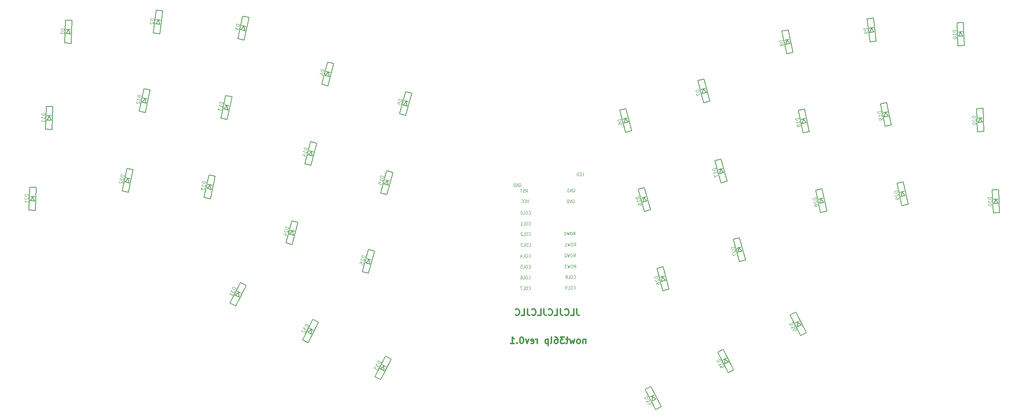
<source format=gbo>
G04 #@! TF.GenerationSoftware,KiCad,Pcbnew,(6.0.6)*
G04 #@! TF.CreationDate,2022-07-31T21:57:04+09:00*
G04 #@! TF.ProjectId,nowt36lp,6e6f7774-3336-46c7-902e-6b696361645f,rev?*
G04 #@! TF.SameCoordinates,Original*
G04 #@! TF.FileFunction,Legend,Bot*
G04 #@! TF.FilePolarity,Positive*
%FSLAX46Y46*%
G04 Gerber Fmt 4.6, Leading zero omitted, Abs format (unit mm)*
G04 Created by KiCad (PCBNEW (6.0.6)) date 2022-07-31 21:57:04*
%MOMM*%
%LPD*%
G01*
G04 APERTURE LIST*
G04 Aperture macros list*
%AMRotRect*
0 Rectangle, with rotation*
0 The origin of the aperture is its center*
0 $1 length*
0 $2 width*
0 $3 Rotation angle, in degrees counterclockwise*
0 Add horizontal line*
21,1,$1,$2,0,0,$3*%
G04 Aperture macros list end*
%ADD10C,0.300000*%
%ADD11C,0.125000*%
%ADD12C,0.150000*%
%ADD13C,3.400000*%
%ADD14C,1.700000*%
%ADD15C,2.000000*%
%ADD16RotRect,1.300000X0.950000X255.000000*%
%ADD17RotRect,1.300000X0.950000X272.000000*%
%ADD18RotRect,1.300000X0.950000X258.000000*%
%ADD19RotRect,1.300000X0.950000X243.000000*%
%ADD20RotRect,1.300000X0.950000X277.000000*%
%ADD21C,2.200000*%
%ADD22RotRect,1.300000X0.950000X268.000000*%
%ADD23RotRect,1.300000X0.950000X297.000000*%
%ADD24RotRect,1.300000X0.950000X285.000000*%
%ADD25RotRect,1.300000X0.950000X282.000000*%
%ADD26C,1.524000*%
%ADD27RotRect,1.300000X0.950000X263.000000*%
%ADD28O,4.350000X2.570000*%
G04 APERTURE END LIST*
D10*
X164662571Y-107763571D02*
X164662571Y-108835000D01*
X164734000Y-109049285D01*
X164876857Y-109192142D01*
X165091142Y-109263571D01*
X165234000Y-109263571D01*
X163234000Y-109263571D02*
X163948285Y-109263571D01*
X163948285Y-107763571D01*
X161876857Y-109120714D02*
X161948285Y-109192142D01*
X162162571Y-109263571D01*
X162305428Y-109263571D01*
X162519714Y-109192142D01*
X162662571Y-109049285D01*
X162734000Y-108906428D01*
X162805428Y-108620714D01*
X162805428Y-108406428D01*
X162734000Y-108120714D01*
X162662571Y-107977857D01*
X162519714Y-107835000D01*
X162305428Y-107763571D01*
X162162571Y-107763571D01*
X161948285Y-107835000D01*
X161876857Y-107906428D01*
X160805428Y-107763571D02*
X160805428Y-108835000D01*
X160876857Y-109049285D01*
X161019714Y-109192142D01*
X161234000Y-109263571D01*
X161376857Y-109263571D01*
X159376857Y-109263571D02*
X160091142Y-109263571D01*
X160091142Y-107763571D01*
X158019714Y-109120714D02*
X158091142Y-109192142D01*
X158305428Y-109263571D01*
X158448285Y-109263571D01*
X158662571Y-109192142D01*
X158805428Y-109049285D01*
X158876857Y-108906428D01*
X158948285Y-108620714D01*
X158948285Y-108406428D01*
X158876857Y-108120714D01*
X158805428Y-107977857D01*
X158662571Y-107835000D01*
X158448285Y-107763571D01*
X158305428Y-107763571D01*
X158091142Y-107835000D01*
X158019714Y-107906428D01*
X156948285Y-107763571D02*
X156948285Y-108835000D01*
X157019714Y-109049285D01*
X157162571Y-109192142D01*
X157376857Y-109263571D01*
X157519714Y-109263571D01*
X155519714Y-109263571D02*
X156234000Y-109263571D01*
X156234000Y-107763571D01*
X154162571Y-109120714D02*
X154234000Y-109192142D01*
X154448285Y-109263571D01*
X154591142Y-109263571D01*
X154805428Y-109192142D01*
X154948285Y-109049285D01*
X155019714Y-108906428D01*
X155091142Y-108620714D01*
X155091142Y-108406428D01*
X155019714Y-108120714D01*
X154948285Y-107977857D01*
X154805428Y-107835000D01*
X154591142Y-107763571D01*
X154448285Y-107763571D01*
X154234000Y-107835000D01*
X154162571Y-107906428D01*
X153091142Y-107763571D02*
X153091142Y-108835000D01*
X153162571Y-109049285D01*
X153305428Y-109192142D01*
X153519714Y-109263571D01*
X153662571Y-109263571D01*
X151662571Y-109263571D02*
X152376857Y-109263571D01*
X152376857Y-107763571D01*
X150305428Y-109120714D02*
X150376857Y-109192142D01*
X150591142Y-109263571D01*
X150734000Y-109263571D01*
X150948285Y-109192142D01*
X151091142Y-109049285D01*
X151162571Y-108906428D01*
X151234000Y-108620714D01*
X151234000Y-108406428D01*
X151162571Y-108120714D01*
X151091142Y-107977857D01*
X150948285Y-107835000D01*
X150734000Y-107763571D01*
X150591142Y-107763571D01*
X150376857Y-107835000D01*
X150305428Y-107906428D01*
X166738000Y-114867571D02*
X166738000Y-115867571D01*
X166738000Y-115010428D02*
X166666571Y-114939000D01*
X166523714Y-114867571D01*
X166309428Y-114867571D01*
X166166571Y-114939000D01*
X166095142Y-115081857D01*
X166095142Y-115867571D01*
X165166571Y-115867571D02*
X165309428Y-115796142D01*
X165380857Y-115724714D01*
X165452285Y-115581857D01*
X165452285Y-115153285D01*
X165380857Y-115010428D01*
X165309428Y-114939000D01*
X165166571Y-114867571D01*
X164952285Y-114867571D01*
X164809428Y-114939000D01*
X164738000Y-115010428D01*
X164666571Y-115153285D01*
X164666571Y-115581857D01*
X164738000Y-115724714D01*
X164809428Y-115796142D01*
X164952285Y-115867571D01*
X165166571Y-115867571D01*
X164166571Y-114867571D02*
X163880857Y-115867571D01*
X163595142Y-115153285D01*
X163309428Y-115867571D01*
X163023714Y-114867571D01*
X162666571Y-114867571D02*
X162095142Y-114867571D01*
X162452285Y-114367571D02*
X162452285Y-115653285D01*
X162380857Y-115796142D01*
X162238000Y-115867571D01*
X162095142Y-115867571D01*
X161738000Y-114367571D02*
X160809428Y-114367571D01*
X161309428Y-114939000D01*
X161095142Y-114939000D01*
X160952285Y-115010428D01*
X160880857Y-115081857D01*
X160809428Y-115224714D01*
X160809428Y-115581857D01*
X160880857Y-115724714D01*
X160952285Y-115796142D01*
X161095142Y-115867571D01*
X161523714Y-115867571D01*
X161666571Y-115796142D01*
X161738000Y-115724714D01*
X159523714Y-114367571D02*
X159809428Y-114367571D01*
X159952285Y-114439000D01*
X160023714Y-114510428D01*
X160166571Y-114724714D01*
X160238000Y-115010428D01*
X160238000Y-115581857D01*
X160166571Y-115724714D01*
X160095142Y-115796142D01*
X159952285Y-115867571D01*
X159666571Y-115867571D01*
X159523714Y-115796142D01*
X159452285Y-115724714D01*
X159380857Y-115581857D01*
X159380857Y-115224714D01*
X159452285Y-115081857D01*
X159523714Y-115010428D01*
X159666571Y-114939000D01*
X159952285Y-114939000D01*
X160095142Y-115010428D01*
X160166571Y-115081857D01*
X160238000Y-115224714D01*
X158523714Y-115867571D02*
X158666571Y-115796142D01*
X158738000Y-115653285D01*
X158738000Y-114367571D01*
X157952285Y-114867571D02*
X157952285Y-116367571D01*
X157952285Y-114939000D02*
X157809428Y-114867571D01*
X157523714Y-114867571D01*
X157380857Y-114939000D01*
X157309428Y-115010428D01*
X157238000Y-115153285D01*
X157238000Y-115581857D01*
X157309428Y-115724714D01*
X157380857Y-115796142D01*
X157523714Y-115867571D01*
X157809428Y-115867571D01*
X157952285Y-115796142D01*
X155452285Y-115867571D02*
X155452285Y-114867571D01*
X155452285Y-115153285D02*
X155380857Y-115010428D01*
X155309428Y-114939000D01*
X155166571Y-114867571D01*
X155023714Y-114867571D01*
X153952285Y-115796142D02*
X154095142Y-115867571D01*
X154380857Y-115867571D01*
X154523714Y-115796142D01*
X154595142Y-115653285D01*
X154595142Y-115081857D01*
X154523714Y-114939000D01*
X154380857Y-114867571D01*
X154095142Y-114867571D01*
X153952285Y-114939000D01*
X153880857Y-115081857D01*
X153880857Y-115224714D01*
X154595142Y-115367571D01*
X153380857Y-114867571D02*
X153023714Y-115867571D01*
X152666571Y-114867571D01*
X151809428Y-114367571D02*
X151666571Y-114367571D01*
X151523714Y-114439000D01*
X151452285Y-114510428D01*
X151380857Y-114653285D01*
X151309428Y-114939000D01*
X151309428Y-115296142D01*
X151380857Y-115581857D01*
X151452285Y-115724714D01*
X151523714Y-115796142D01*
X151666571Y-115867571D01*
X151809428Y-115867571D01*
X151952285Y-115796142D01*
X152023714Y-115724714D01*
X152095142Y-115581857D01*
X152166571Y-115296142D01*
X152166571Y-114939000D01*
X152095142Y-114653285D01*
X152023714Y-114510428D01*
X151952285Y-114439000D01*
X151809428Y-114367571D01*
X150666571Y-115724714D02*
X150595142Y-115796142D01*
X150666571Y-115867571D01*
X150738000Y-115796142D01*
X150666571Y-115724714D01*
X150666571Y-115867571D01*
X149166571Y-115867571D02*
X150023714Y-115867571D01*
X149595142Y-115867571D02*
X149595142Y-114367571D01*
X149738000Y-114581857D01*
X149880857Y-114724714D01*
X150023714Y-114796142D01*
D11*
X123740103Y-58700964D02*
X122967362Y-58493909D01*
X122918064Y-58677895D01*
X122925281Y-58798146D01*
X122979156Y-58891460D01*
X123042891Y-58947977D01*
X123180220Y-59024213D01*
X123290611Y-59053792D01*
X123447660Y-59056434D01*
X123531114Y-59039357D01*
X123624428Y-58985482D01*
X123690804Y-58884950D01*
X123740103Y-58700964D01*
X122661710Y-59634621D02*
X122760307Y-59266650D01*
X123138139Y-59328450D01*
X123091482Y-59355388D01*
X123034965Y-59419122D01*
X122985666Y-59603108D01*
X123002744Y-59686562D01*
X123029681Y-59733219D01*
X123093416Y-59789736D01*
X123277402Y-59839035D01*
X123360856Y-59821957D01*
X123407513Y-59795020D01*
X123464029Y-59731285D01*
X123513328Y-59547299D01*
X123496251Y-59463845D01*
X123469313Y-59417188D01*
X253458634Y-42325391D02*
X252659122Y-42353311D01*
X252665769Y-42543671D01*
X252707830Y-42656558D01*
X252786633Y-42730043D01*
X252864106Y-42765456D01*
X253017724Y-42798210D01*
X253131940Y-42794221D01*
X253282899Y-42750831D01*
X253357713Y-42710100D01*
X253431198Y-42631297D01*
X253465282Y-42515752D01*
X253458634Y-42325391D01*
X253501179Y-43543696D02*
X253485225Y-43086832D01*
X253493202Y-43315264D02*
X252693689Y-43343184D01*
X252805246Y-43263051D01*
X252878731Y-43184248D01*
X252914144Y-43106775D01*
X252718949Y-44066552D02*
X252721608Y-44142696D01*
X252762340Y-44217511D01*
X252801741Y-44254254D01*
X252879215Y-44289667D01*
X253032832Y-44322421D01*
X253223192Y-44315773D01*
X253374151Y-44272383D01*
X253448966Y-44231652D01*
X253485708Y-44192250D01*
X253521121Y-44114777D01*
X253518462Y-44038633D01*
X253477731Y-43963818D01*
X253438330Y-43927076D01*
X253360856Y-43891663D01*
X253207238Y-43858909D01*
X253016878Y-43865556D01*
X252865920Y-43908946D01*
X252791105Y-43949677D01*
X252754363Y-43989079D01*
X252718949Y-44066552D01*
X101609297Y-70067510D02*
X100836556Y-69860455D01*
X100787257Y-70044441D01*
X100794475Y-70164692D01*
X100848350Y-70258006D01*
X100912085Y-70314523D01*
X101049414Y-70390759D01*
X101159805Y-70420339D01*
X101316853Y-70422980D01*
X101400308Y-70405903D01*
X101493622Y-70352028D01*
X101559998Y-70251496D01*
X101609297Y-70067510D01*
X101293784Y-71245020D02*
X101412101Y-70803454D01*
X101352943Y-71024237D02*
X100580202Y-70817182D01*
X100710313Y-70773167D01*
X100803627Y-70719292D01*
X100860144Y-70655557D01*
X100601148Y-71769332D02*
X101116308Y-71907369D01*
X100356069Y-71506468D02*
X100957326Y-71470379D01*
X100829149Y-71948742D01*
X85727356Y-41046595D02*
X84944838Y-40880266D01*
X84905235Y-41066579D01*
X84918737Y-41186288D01*
X84977421Y-41276655D01*
X85044027Y-41329758D01*
X85185157Y-41398703D01*
X85296945Y-41422464D01*
X85453917Y-41416883D01*
X85536363Y-41395461D01*
X85626729Y-41336777D01*
X85687753Y-41232909D01*
X85727356Y-41046595D01*
X84794349Y-41588258D02*
X84691383Y-42072674D01*
X85044929Y-41875198D01*
X85021167Y-41986987D01*
X85042589Y-42069432D01*
X85071931Y-42114616D01*
X85138537Y-42167719D01*
X85324850Y-42207322D01*
X85407296Y-42185900D01*
X85452480Y-42156557D01*
X85505583Y-42089952D01*
X85553106Y-41866376D01*
X85531684Y-41783930D01*
X85502342Y-41738747D01*
X101836069Y-111633165D02*
X101123264Y-111269972D01*
X101036790Y-111439688D01*
X101018848Y-111558812D01*
X101052145Y-111661288D01*
X101102736Y-111729821D01*
X101221214Y-111832943D01*
X101323043Y-111884828D01*
X101476110Y-111920064D01*
X101561291Y-111920711D01*
X101663767Y-111887415D01*
X101749595Y-111802880D01*
X101836069Y-111633165D01*
X100794661Y-111914891D02*
X100569828Y-112356152D01*
X100962437Y-112256909D01*
X100910552Y-112358738D01*
X100909906Y-112443919D01*
X100926554Y-112495157D01*
X100977145Y-112563690D01*
X101146861Y-112650165D01*
X101232042Y-112650811D01*
X101283280Y-112634163D01*
X101351813Y-112583572D01*
X101455582Y-112379913D01*
X101456229Y-112294732D01*
X101439580Y-112243494D01*
X100499355Y-112662286D02*
X100448117Y-112678934D01*
X100379584Y-112729526D01*
X100293110Y-112899241D01*
X100292463Y-112984422D01*
X100309112Y-113035660D01*
X100359703Y-113104193D01*
X100427589Y-113138783D01*
X100546713Y-113156725D01*
X101161569Y-112956946D01*
X100936736Y-113398206D01*
X232597681Y-41840437D02*
X231803644Y-41937932D01*
X231826857Y-42126988D01*
X231878596Y-42235780D01*
X231963504Y-42302117D01*
X232043769Y-42330643D01*
X232199657Y-42349884D01*
X232313091Y-42335956D01*
X232459693Y-42279574D01*
X232530673Y-42232477D01*
X232597011Y-42147569D01*
X232620894Y-42029493D01*
X232597681Y-41840437D01*
X232699819Y-42672285D02*
X232718389Y-42823530D01*
X232689863Y-42903795D01*
X232656695Y-42946249D01*
X232552546Y-43035799D01*
X232405944Y-43092181D01*
X232103453Y-43129322D01*
X232023188Y-43100796D01*
X231980734Y-43067628D01*
X231933638Y-42996648D01*
X231915067Y-42845403D01*
X231943593Y-42765138D01*
X231976762Y-42722684D01*
X232047742Y-42675587D01*
X232236798Y-42652374D01*
X232317063Y-42680900D01*
X232359517Y-42714069D01*
X232406614Y-42785048D01*
X232425184Y-42936294D01*
X232396658Y-43016559D01*
X232363490Y-43059013D01*
X232292510Y-43106109D01*
X119440997Y-76705339D02*
X118668256Y-76498284D01*
X118618957Y-76682270D01*
X118626175Y-76802521D01*
X118680050Y-76895835D01*
X118743785Y-76952352D01*
X118881114Y-77028588D01*
X118991505Y-77058168D01*
X119148553Y-77060809D01*
X119232008Y-77043732D01*
X119325322Y-76989857D01*
X119391698Y-76889325D01*
X119440997Y-76705339D01*
X119125484Y-77882849D02*
X119243801Y-77441283D01*
X119184643Y-77662066D02*
X118411902Y-77455011D01*
X118542013Y-77410996D01*
X118635327Y-77357121D01*
X118691844Y-77293386D01*
X118165408Y-78374940D02*
X118264006Y-78006968D01*
X118641837Y-78068769D01*
X118595180Y-78095706D01*
X118538663Y-78159441D01*
X118489364Y-78343427D01*
X118506442Y-78426881D01*
X118533380Y-78473538D01*
X118597114Y-78530055D01*
X118781100Y-78579353D01*
X118864554Y-78562276D01*
X118911211Y-78535338D01*
X118967728Y-78471604D01*
X119017027Y-78287618D01*
X118999949Y-78204164D01*
X118973012Y-78157507D01*
X105510103Y-51770964D02*
X104737362Y-51563909D01*
X104688064Y-51747895D01*
X104695281Y-51868146D01*
X104749156Y-51961460D01*
X104812891Y-52017977D01*
X104950220Y-52094213D01*
X105060611Y-52123792D01*
X105217660Y-52126434D01*
X105301114Y-52109357D01*
X105394428Y-52055482D01*
X105460804Y-51954950D01*
X105510103Y-51770964D01*
X104699150Y-52736843D02*
X105214310Y-52874879D01*
X104454071Y-52473978D02*
X105055327Y-52437889D01*
X104927150Y-52916252D01*
X44593144Y-42073654D02*
X43793631Y-42045735D01*
X43786984Y-42236095D01*
X43821067Y-42351640D01*
X43894553Y-42430444D01*
X43969367Y-42471175D01*
X44120326Y-42514565D01*
X44234542Y-42518553D01*
X44388159Y-42485799D01*
X44465633Y-42450386D01*
X44544436Y-42376901D01*
X44586497Y-42264014D01*
X44593144Y-42073654D01*
X44550600Y-43291959D02*
X44566554Y-42835095D01*
X44558577Y-43063527D02*
X43759064Y-43035608D01*
X43875939Y-42963452D01*
X43954743Y-42889967D01*
X43995474Y-42815152D01*
X215154031Y-110895736D02*
X214441225Y-111258928D01*
X214527700Y-111428644D01*
X214613528Y-111513178D01*
X214716004Y-111546475D01*
X214801185Y-111545828D01*
X214954252Y-111510592D01*
X215056081Y-111458707D01*
X215174559Y-111355585D01*
X215225150Y-111287052D01*
X215258447Y-111184576D01*
X215240505Y-111065452D01*
X215154031Y-110895736D01*
X214769828Y-111903847D02*
X214994661Y-112345108D01*
X215145142Y-111969147D01*
X215197027Y-112070976D01*
X215265560Y-112121568D01*
X215316798Y-112138216D01*
X215401979Y-112137569D01*
X215571694Y-112051095D01*
X215622286Y-111982562D01*
X215638934Y-111931324D01*
X215638287Y-111846143D01*
X215534518Y-111642484D01*
X215465985Y-111591893D01*
X215414747Y-111575245D01*
X215305969Y-112956084D02*
X215236790Y-112820311D01*
X215236143Y-112735130D01*
X215252791Y-112683892D01*
X215320031Y-112564121D01*
X215438508Y-112460999D01*
X215710053Y-112322640D01*
X215795234Y-112321993D01*
X215846472Y-112338641D01*
X215915005Y-112389233D01*
X215984185Y-112525005D01*
X215984831Y-112610186D01*
X215968183Y-112661424D01*
X215917592Y-112729957D01*
X215747876Y-112816431D01*
X215662695Y-112817078D01*
X215611457Y-112800430D01*
X215542924Y-112749838D01*
X215473745Y-112614066D01*
X215473098Y-112528885D01*
X215489746Y-112477647D01*
X215540338Y-112409114D01*
X201505852Y-93180351D02*
X200733112Y-93387406D01*
X200782411Y-93571392D01*
X200848787Y-93671924D01*
X200942101Y-93725798D01*
X201025555Y-93742876D01*
X201182604Y-93740234D01*
X201292995Y-93710655D01*
X201430324Y-93634418D01*
X201494059Y-93577902D01*
X201547933Y-93484588D01*
X201555151Y-93364337D01*
X201505852Y-93180351D01*
X201003902Y-94103630D02*
X200976964Y-94150287D01*
X200959887Y-94233741D01*
X201009185Y-94417727D01*
X201065702Y-94481461D01*
X201112359Y-94508399D01*
X201195813Y-94525476D01*
X201269408Y-94505757D01*
X201369939Y-94439380D01*
X201693188Y-93879497D01*
X201821365Y-94357860D01*
X201117643Y-94822496D02*
X201255680Y-95337656D01*
X201939682Y-94799426D01*
X183585852Y-100000351D02*
X182813112Y-100207406D01*
X182862411Y-100391392D01*
X182928787Y-100491924D01*
X183022101Y-100545798D01*
X183105555Y-100562876D01*
X183262604Y-100560234D01*
X183372995Y-100530655D01*
X183510324Y-100454418D01*
X183574059Y-100397902D01*
X183627933Y-100304588D01*
X183635151Y-100184337D01*
X183585852Y-100000351D01*
X183083902Y-100923630D02*
X183056964Y-100970287D01*
X183039887Y-101053741D01*
X183089185Y-101237727D01*
X183145702Y-101301461D01*
X183192359Y-101328399D01*
X183275813Y-101345476D01*
X183349408Y-101325757D01*
X183449939Y-101259380D01*
X183773188Y-100699497D01*
X183901365Y-101177860D01*
X183306100Y-102047265D02*
X183266661Y-101900076D01*
X183283739Y-101816622D01*
X183310676Y-101769965D01*
X183401348Y-101666791D01*
X183538677Y-101590555D01*
X183833055Y-101511677D01*
X183916509Y-101528754D01*
X183963166Y-101555692D01*
X184019682Y-101619426D01*
X184059122Y-101766615D01*
X184042044Y-101850069D01*
X184015107Y-101896726D01*
X183951372Y-101953243D01*
X183767386Y-102002542D01*
X183683932Y-101985464D01*
X183637275Y-101958527D01*
X183580758Y-101894792D01*
X183541319Y-101747603D01*
X183558397Y-101664149D01*
X183585334Y-101617492D01*
X183649069Y-101560976D01*
X198154031Y-119575736D02*
X197441225Y-119938928D01*
X197527700Y-120108644D01*
X197613528Y-120193178D01*
X197716004Y-120226475D01*
X197801185Y-120225828D01*
X197954252Y-120190592D01*
X198056081Y-120138707D01*
X198174559Y-120035585D01*
X198225150Y-119967052D01*
X198258447Y-119864576D01*
X198240505Y-119745452D01*
X198154031Y-119575736D01*
X197769828Y-120583847D02*
X197994661Y-121025108D01*
X198145142Y-120649147D01*
X198197027Y-120750976D01*
X198265560Y-120801568D01*
X198316798Y-120818216D01*
X198401979Y-120817569D01*
X198571694Y-120731095D01*
X198622286Y-120662562D01*
X198638934Y-120611324D01*
X198638287Y-120526143D01*
X198534518Y-120322484D01*
X198465985Y-120271893D01*
X198414747Y-120255245D01*
X198323264Y-121670027D02*
X198150315Y-121330596D01*
X198472452Y-121123704D01*
X198455803Y-121174942D01*
X198456450Y-121260123D01*
X198542924Y-121429838D01*
X198611457Y-121480430D01*
X198662695Y-121497078D01*
X198747876Y-121496431D01*
X198917592Y-121409957D01*
X198968183Y-121341424D01*
X198984831Y-121290186D01*
X198984185Y-121205005D01*
X198897710Y-121035290D01*
X198829177Y-120984698D01*
X198777939Y-120968050D01*
X84846069Y-102953165D02*
X84133264Y-102589972D01*
X84046790Y-102759688D01*
X84028848Y-102878812D01*
X84062145Y-102981288D01*
X84112736Y-103049821D01*
X84231214Y-103152943D01*
X84333043Y-103204828D01*
X84486110Y-103240064D01*
X84571291Y-103240711D01*
X84673767Y-103207415D01*
X84759595Y-103122880D01*
X84846069Y-102953165D01*
X83804661Y-103234891D02*
X83579828Y-103676152D01*
X83972437Y-103576909D01*
X83920552Y-103678738D01*
X83919906Y-103763919D01*
X83936554Y-103815157D01*
X83987145Y-103883690D01*
X84156861Y-103970165D01*
X84242042Y-103970811D01*
X84293280Y-103954163D01*
X84361813Y-103903572D01*
X84465582Y-103699913D01*
X84466229Y-103614732D01*
X84449580Y-103563494D01*
X83946736Y-104718206D02*
X84154274Y-104310889D01*
X84050505Y-104514547D02*
X83337700Y-104151355D01*
X83474119Y-104135354D01*
X83576595Y-104102057D01*
X83645128Y-104051466D01*
X174954450Y-63238322D02*
X174181710Y-63445378D01*
X174231008Y-63629364D01*
X174297385Y-63729895D01*
X174390699Y-63783770D01*
X174474153Y-63800848D01*
X174631201Y-63798206D01*
X174741593Y-63768627D01*
X174878922Y-63692390D01*
X174942656Y-63635874D01*
X174996531Y-63542560D01*
X175003749Y-63422308D01*
X174954450Y-63238322D01*
X174477503Y-64549293D02*
X174438064Y-64402104D01*
X174455141Y-64318650D01*
X174482079Y-64271993D01*
X174572751Y-64168819D01*
X174710080Y-64092583D01*
X175004457Y-64013705D01*
X175087911Y-64030783D01*
X175134568Y-64057720D01*
X175191085Y-64121455D01*
X175230524Y-64268643D01*
X175213446Y-64352097D01*
X175186509Y-64398754D01*
X175122774Y-64455271D01*
X174938788Y-64504570D01*
X174855334Y-64487492D01*
X174808677Y-64460555D01*
X174752161Y-64396820D01*
X174712721Y-64249632D01*
X174729799Y-64166178D01*
X174756736Y-64119521D01*
X174820471Y-64063004D01*
X258048634Y-62495391D02*
X257249122Y-62523311D01*
X257255769Y-62713671D01*
X257297830Y-62826558D01*
X257376633Y-62900043D01*
X257454106Y-62935456D01*
X257607724Y-62968210D01*
X257721940Y-62964221D01*
X257872899Y-62920831D01*
X257947713Y-62880100D01*
X258021198Y-62801297D01*
X258055282Y-62685752D01*
X258048634Y-62495391D01*
X257351856Y-63282093D02*
X257315113Y-63321494D01*
X257279700Y-63398968D01*
X257286348Y-63589328D01*
X257327079Y-63664142D01*
X257366480Y-63700885D01*
X257443954Y-63736298D01*
X257520098Y-63733639D01*
X257632985Y-63691578D01*
X258073895Y-63218760D01*
X258091179Y-63713696D01*
X257308949Y-64236552D02*
X257311608Y-64312696D01*
X257352340Y-64387511D01*
X257391741Y-64424254D01*
X257469215Y-64459667D01*
X257622832Y-64492421D01*
X257813192Y-64485773D01*
X257964151Y-64442383D01*
X258038966Y-64401652D01*
X258075708Y-64362250D01*
X258111121Y-64284777D01*
X258108462Y-64208633D01*
X258067731Y-64133818D01*
X258028330Y-64097076D01*
X257950856Y-64061663D01*
X257797238Y-64028909D01*
X257606878Y-64035556D01*
X257455920Y-64078946D01*
X257381105Y-64119677D01*
X257344363Y-64159079D01*
X257308949Y-64236552D01*
X197175852Y-74720351D02*
X196403112Y-74927406D01*
X196452411Y-75111392D01*
X196518787Y-75211924D01*
X196612101Y-75265798D01*
X196695555Y-75282876D01*
X196852604Y-75280234D01*
X196962995Y-75250655D01*
X197100324Y-75174418D01*
X197164059Y-75117902D01*
X197217933Y-75024588D01*
X197225151Y-74904337D01*
X197175852Y-74720351D01*
X197491365Y-75897860D02*
X197373048Y-75456294D01*
X197432207Y-75677077D02*
X196659466Y-75884132D01*
X196750138Y-75780959D01*
X196804013Y-75687645D01*
X196821090Y-75604191D01*
X196787643Y-76362496D02*
X196925680Y-76877656D01*
X197609682Y-76339426D01*
X239742617Y-80005631D02*
X238960099Y-80171960D01*
X238999702Y-80358274D01*
X239060726Y-80462142D01*
X239151092Y-80520826D01*
X239233538Y-80542248D01*
X239390510Y-80547829D01*
X239502298Y-80524068D01*
X239643428Y-80455123D01*
X239710034Y-80402020D01*
X239768718Y-80311653D01*
X239782220Y-80191945D01*
X239742617Y-80005631D01*
X239193034Y-80901375D02*
X239163691Y-80946558D01*
X239142270Y-81029004D01*
X239181872Y-81215318D01*
X239234975Y-81281923D01*
X239280159Y-81311265D01*
X239362605Y-81332687D01*
X239437130Y-81316846D01*
X239540998Y-81255822D01*
X239893106Y-80713623D01*
X239996072Y-81198039D01*
X240075276Y-81570667D02*
X240106958Y-81719718D01*
X240085536Y-81802164D01*
X240056194Y-81847347D01*
X239960246Y-81945634D01*
X239819116Y-82014579D01*
X239521014Y-82077942D01*
X239438568Y-82056520D01*
X239393384Y-82027178D01*
X239340281Y-81960573D01*
X239308599Y-81811522D01*
X239330021Y-81729076D01*
X239359363Y-81683893D01*
X239425968Y-81630789D01*
X239612282Y-81591187D01*
X239694728Y-81612609D01*
X239739911Y-81641951D01*
X239793015Y-81708556D01*
X239824697Y-81857607D01*
X239803275Y-81940053D01*
X239773932Y-81985236D01*
X239707327Y-82038340D01*
X97229297Y-88667510D02*
X96456556Y-88460455D01*
X96407257Y-88644441D01*
X96414475Y-88764692D01*
X96468350Y-88858006D01*
X96532085Y-88914523D01*
X96669414Y-88990759D01*
X96779805Y-89020339D01*
X96936853Y-89022980D01*
X97020308Y-89005903D01*
X97113622Y-88952028D01*
X97179998Y-88851496D01*
X97229297Y-88667510D01*
X96332955Y-89216118D02*
X96286298Y-89243056D01*
X96229781Y-89306790D01*
X96180483Y-89490776D01*
X96197560Y-89574230D01*
X96224498Y-89620887D01*
X96288232Y-89677404D01*
X96361827Y-89697123D01*
X96482078Y-89689906D01*
X97041961Y-89366657D01*
X96913784Y-89845020D01*
X96221148Y-90369332D02*
X96736308Y-90507369D01*
X95976069Y-90106468D02*
X96577326Y-90070379D01*
X96449149Y-90548742D01*
X40126439Y-61932934D02*
X39326927Y-61905014D01*
X39320279Y-62095375D01*
X39354363Y-62210920D01*
X39427848Y-62289723D01*
X39502662Y-62330454D01*
X39653621Y-62373844D01*
X39767837Y-62377833D01*
X39921454Y-62345079D01*
X39998928Y-62309666D01*
X40077731Y-62236181D01*
X40119792Y-62123294D01*
X40126439Y-61932934D01*
X40083895Y-63151239D02*
X40099849Y-62694375D01*
X40091872Y-62922807D02*
X39292359Y-62894887D01*
X39409234Y-62822732D01*
X39488038Y-62749247D01*
X39528769Y-62674432D01*
X40057305Y-63912680D02*
X40073259Y-63455815D01*
X40065282Y-63684247D02*
X39265769Y-63656328D01*
X39382644Y-63584172D01*
X39461447Y-63510687D01*
X39502179Y-63435873D01*
X36234492Y-80886853D02*
X35434980Y-80858933D01*
X35428332Y-81049294D01*
X35462416Y-81164839D01*
X35535901Y-81243642D01*
X35610715Y-81284373D01*
X35761674Y-81327763D01*
X35875890Y-81331752D01*
X36029507Y-81298998D01*
X36106981Y-81263585D01*
X36185784Y-81190100D01*
X36227845Y-81077213D01*
X36234492Y-80886853D01*
X35484533Y-81623033D02*
X35445132Y-81659776D01*
X35404401Y-81734590D01*
X35397753Y-81924950D01*
X35433166Y-82002424D01*
X35469909Y-82041825D01*
X35544723Y-82082556D01*
X35620868Y-82085215D01*
X35736413Y-82051132D01*
X36209232Y-81610222D01*
X36191948Y-82105158D01*
X36165358Y-82866599D02*
X36181312Y-82409734D01*
X36173335Y-82638166D02*
X35373822Y-82610247D01*
X35490697Y-82538091D01*
X35569500Y-82464606D01*
X35610232Y-82389792D01*
X235812617Y-61375631D02*
X235030099Y-61541960D01*
X235069702Y-61728274D01*
X235130726Y-61832142D01*
X235221092Y-61890826D01*
X235303538Y-61912248D01*
X235460510Y-61917829D01*
X235572298Y-61894068D01*
X235713428Y-61825123D01*
X235780034Y-61772020D01*
X235838718Y-61681653D01*
X235852220Y-61561945D01*
X235812617Y-61375631D01*
X236066072Y-62568039D02*
X235971026Y-62120886D01*
X236018549Y-62344463D02*
X235236031Y-62510792D01*
X235331978Y-62412505D01*
X235390663Y-62322139D01*
X235412085Y-62239693D01*
X236145276Y-62940667D02*
X236176958Y-63089718D01*
X236155536Y-63172164D01*
X236126194Y-63217347D01*
X236030246Y-63315634D01*
X235889116Y-63384579D01*
X235591014Y-63447942D01*
X235508568Y-63426520D01*
X235463384Y-63397178D01*
X235410281Y-63330573D01*
X235378599Y-63181522D01*
X235400021Y-63099076D01*
X235429363Y-63053893D01*
X235495968Y-63000789D01*
X235682282Y-62961187D01*
X235764728Y-62982609D01*
X235809911Y-63011951D01*
X235863015Y-63078556D01*
X235894697Y-63227607D01*
X235873275Y-63310053D01*
X235843932Y-63355236D01*
X235777327Y-63408340D01*
X118796069Y-120233165D02*
X118083264Y-119869972D01*
X117996790Y-120039688D01*
X117978848Y-120158812D01*
X118012145Y-120261288D01*
X118062736Y-120329821D01*
X118181214Y-120432943D01*
X118283043Y-120484828D01*
X118436110Y-120520064D01*
X118521291Y-120520711D01*
X118623767Y-120487415D01*
X118709595Y-120402880D01*
X118796069Y-120233165D01*
X117754661Y-120514891D02*
X117529828Y-120956152D01*
X117922437Y-120856909D01*
X117870552Y-120958738D01*
X117869906Y-121043919D01*
X117886554Y-121095157D01*
X117937145Y-121163690D01*
X118106861Y-121250165D01*
X118192042Y-121250811D01*
X118243280Y-121234163D01*
X118311813Y-121183572D01*
X118415582Y-120979913D01*
X118416229Y-120894732D01*
X118399580Y-120843494D01*
X117408764Y-121193753D02*
X117183931Y-121635014D01*
X117576540Y-121535771D01*
X117524655Y-121637600D01*
X117524008Y-121722781D01*
X117540656Y-121774019D01*
X117591248Y-121842552D01*
X117760963Y-121929027D01*
X117846144Y-121929673D01*
X117897382Y-121913025D01*
X117965915Y-121862434D01*
X118069685Y-121658775D01*
X118070331Y-121573594D01*
X118053683Y-121522356D01*
X81806560Y-59303967D02*
X81024042Y-59137638D01*
X80984440Y-59323952D01*
X80997941Y-59443660D01*
X81056626Y-59534027D01*
X81123231Y-59587131D01*
X81264362Y-59656075D01*
X81376150Y-59679836D01*
X81533121Y-59674255D01*
X81615567Y-59652834D01*
X81705934Y-59594149D01*
X81766958Y-59490281D01*
X81806560Y-59303967D01*
X81553106Y-60496376D02*
X81648151Y-60049223D01*
X81600629Y-60272799D02*
X80818110Y-60106470D01*
X80945740Y-60055706D01*
X81036106Y-59997021D01*
X81089210Y-59930416D01*
X80715145Y-60590886D02*
X80612179Y-61075302D01*
X80965724Y-60877826D01*
X80941963Y-60989614D01*
X80963385Y-61072060D01*
X80992727Y-61117243D01*
X81059332Y-61170347D01*
X81245646Y-61209949D01*
X81328092Y-61188527D01*
X81373275Y-61159185D01*
X81426379Y-61092580D01*
X81473901Y-60869003D01*
X81452480Y-60786557D01*
X81423137Y-60741374D01*
X216592617Y-62925631D02*
X215810099Y-63091960D01*
X215849702Y-63278274D01*
X215910726Y-63382142D01*
X216001092Y-63440826D01*
X216083538Y-63462248D01*
X216240510Y-63467829D01*
X216352298Y-63444068D01*
X216493428Y-63375123D01*
X216560034Y-63322020D01*
X216618718Y-63231653D01*
X216632220Y-63111945D01*
X216592617Y-62925631D01*
X216846072Y-64118039D02*
X216751026Y-63670886D01*
X216798549Y-63894463D02*
X216016031Y-64060792D01*
X216111978Y-63962505D01*
X216170663Y-63872139D01*
X216192085Y-63789693D01*
X216493964Y-64660238D02*
X216440860Y-64593633D01*
X216395677Y-64564290D01*
X216313231Y-64542868D01*
X216275968Y-64550789D01*
X216209363Y-64603893D01*
X216180021Y-64649076D01*
X216158599Y-64731522D01*
X216190281Y-64880573D01*
X216243384Y-64947178D01*
X216288568Y-64976520D01*
X216371014Y-64997942D01*
X216408276Y-64990022D01*
X216474881Y-64936918D01*
X216504224Y-64891735D01*
X216525646Y-64809289D01*
X216493964Y-64660238D01*
X216515386Y-64577792D01*
X216544728Y-64532609D01*
X216611333Y-64479505D01*
X216760384Y-64447823D01*
X216842830Y-64469245D01*
X216888013Y-64498587D01*
X216941117Y-64565192D01*
X216972799Y-64714243D01*
X216951377Y-64796689D01*
X216922035Y-64841873D01*
X216855430Y-64894976D01*
X216706378Y-64926658D01*
X216623932Y-64905236D01*
X216578749Y-64875894D01*
X216525646Y-64809289D01*
X179235852Y-81400351D02*
X178463112Y-81607406D01*
X178512411Y-81791392D01*
X178578787Y-81891924D01*
X178672101Y-81945798D01*
X178755555Y-81962876D01*
X178912604Y-81960234D01*
X179022995Y-81930655D01*
X179160324Y-81854418D01*
X179224059Y-81797902D01*
X179277933Y-81704588D01*
X179285151Y-81584337D01*
X179235852Y-81400351D01*
X179551365Y-82577860D02*
X179433048Y-82136294D01*
X179492207Y-82357077D02*
X178719466Y-82564132D01*
X178810138Y-82460959D01*
X178864013Y-82367645D01*
X178881090Y-82284191D01*
X178956100Y-83447265D02*
X178916661Y-83300076D01*
X178933739Y-83216622D01*
X178960676Y-83169965D01*
X179051348Y-83066791D01*
X179188677Y-82990555D01*
X179483055Y-82911677D01*
X179566509Y-82928754D01*
X179613166Y-82955692D01*
X179669682Y-83019426D01*
X179709122Y-83166615D01*
X179692044Y-83250069D01*
X179665107Y-83296726D01*
X179601372Y-83353243D01*
X179417386Y-83402542D01*
X179333932Y-83385464D01*
X179287275Y-83358527D01*
X179230758Y-83294792D01*
X179191319Y-83147603D01*
X179208397Y-83064149D01*
X179235334Y-83017492D01*
X179299069Y-82960976D01*
X152627904Y-80404285D02*
X152851238Y-80047142D01*
X153010761Y-80404285D02*
X153010761Y-79654285D01*
X152755523Y-79654285D01*
X152691714Y-79690000D01*
X152659809Y-79725714D01*
X152627904Y-79797142D01*
X152627904Y-79904285D01*
X152659809Y-79975714D01*
X152691714Y-80011428D01*
X152755523Y-80047142D01*
X153010761Y-80047142D01*
X152372666Y-80368571D02*
X152276952Y-80404285D01*
X152117428Y-80404285D01*
X152053619Y-80368571D01*
X152021714Y-80332857D01*
X151989809Y-80261428D01*
X151989809Y-80190000D01*
X152021714Y-80118571D01*
X152053619Y-80082857D01*
X152117428Y-80047142D01*
X152245047Y-80011428D01*
X152308857Y-79975714D01*
X152340761Y-79940000D01*
X152372666Y-79868571D01*
X152372666Y-79797142D01*
X152340761Y-79725714D01*
X152308857Y-79690000D01*
X152245047Y-79654285D01*
X152085523Y-79654285D01*
X151989809Y-79690000D01*
X151798380Y-79654285D02*
X151415523Y-79654285D01*
X151606952Y-80404285D02*
X151606952Y-79654285D01*
X153394809Y-85462857D02*
X153426714Y-85498571D01*
X153522428Y-85534285D01*
X153586238Y-85534285D01*
X153681952Y-85498571D01*
X153745761Y-85427142D01*
X153777666Y-85355714D01*
X153809571Y-85212857D01*
X153809571Y-85105714D01*
X153777666Y-84962857D01*
X153745761Y-84891428D01*
X153681952Y-84820000D01*
X153586238Y-84784285D01*
X153522428Y-84784285D01*
X153426714Y-84820000D01*
X153394809Y-84855714D01*
X152980047Y-84784285D02*
X152852428Y-84784285D01*
X152788619Y-84820000D01*
X152724809Y-84891428D01*
X152692904Y-85034285D01*
X152692904Y-85284285D01*
X152724809Y-85427142D01*
X152788619Y-85498571D01*
X152852428Y-85534285D01*
X152980047Y-85534285D01*
X153043857Y-85498571D01*
X153107666Y-85427142D01*
X153139571Y-85284285D01*
X153139571Y-85034285D01*
X153107666Y-84891428D01*
X153043857Y-84820000D01*
X152980047Y-84784285D01*
X152086714Y-85534285D02*
X152405761Y-85534285D01*
X152405761Y-84784285D01*
X151735761Y-84784285D02*
X151671952Y-84784285D01*
X151608142Y-84820000D01*
X151576238Y-84855714D01*
X151544333Y-84927142D01*
X151512428Y-85070000D01*
X151512428Y-85248571D01*
X151544333Y-85391428D01*
X151576238Y-85462857D01*
X151608142Y-85498571D01*
X151671952Y-85534285D01*
X151735761Y-85534285D01*
X151799571Y-85498571D01*
X151831476Y-85462857D01*
X151863380Y-85391428D01*
X151895285Y-85248571D01*
X151895285Y-85070000D01*
X151863380Y-84927142D01*
X151831476Y-84855714D01*
X151799571Y-84820000D01*
X151735761Y-84784285D01*
X153354809Y-103172857D02*
X153386714Y-103208571D01*
X153482428Y-103244285D01*
X153546238Y-103244285D01*
X153641952Y-103208571D01*
X153705761Y-103137142D01*
X153737666Y-103065714D01*
X153769571Y-102922857D01*
X153769571Y-102815714D01*
X153737666Y-102672857D01*
X153705761Y-102601428D01*
X153641952Y-102530000D01*
X153546238Y-102494285D01*
X153482428Y-102494285D01*
X153386714Y-102530000D01*
X153354809Y-102565714D01*
X152940047Y-102494285D02*
X152812428Y-102494285D01*
X152748619Y-102530000D01*
X152684809Y-102601428D01*
X152652904Y-102744285D01*
X152652904Y-102994285D01*
X152684809Y-103137142D01*
X152748619Y-103208571D01*
X152812428Y-103244285D01*
X152940047Y-103244285D01*
X153003857Y-103208571D01*
X153067666Y-103137142D01*
X153099571Y-102994285D01*
X153099571Y-102744285D01*
X153067666Y-102601428D01*
X153003857Y-102530000D01*
X152940047Y-102494285D01*
X152046714Y-103244285D02*
X152365761Y-103244285D01*
X152365761Y-102494285D01*
X151887190Y-102494285D02*
X151440523Y-102494285D01*
X151727666Y-103244285D01*
X153414809Y-90462857D02*
X153446714Y-90498571D01*
X153542428Y-90534285D01*
X153606238Y-90534285D01*
X153701952Y-90498571D01*
X153765761Y-90427142D01*
X153797666Y-90355714D01*
X153829571Y-90212857D01*
X153829571Y-90105714D01*
X153797666Y-89962857D01*
X153765761Y-89891428D01*
X153701952Y-89820000D01*
X153606238Y-89784285D01*
X153542428Y-89784285D01*
X153446714Y-89820000D01*
X153414809Y-89855714D01*
X153000047Y-89784285D02*
X152872428Y-89784285D01*
X152808619Y-89820000D01*
X152744809Y-89891428D01*
X152712904Y-90034285D01*
X152712904Y-90284285D01*
X152744809Y-90427142D01*
X152808619Y-90498571D01*
X152872428Y-90534285D01*
X153000047Y-90534285D01*
X153063857Y-90498571D01*
X153127666Y-90427142D01*
X153159571Y-90284285D01*
X153159571Y-90034285D01*
X153127666Y-89891428D01*
X153063857Y-89820000D01*
X153000047Y-89784285D01*
X152106714Y-90534285D02*
X152425761Y-90534285D01*
X152425761Y-89784285D01*
X151915285Y-89855714D02*
X151883380Y-89820000D01*
X151819571Y-89784285D01*
X151660047Y-89784285D01*
X151596238Y-89820000D01*
X151564333Y-89855714D01*
X151532428Y-89927142D01*
X151532428Y-89998571D01*
X151564333Y-90105714D01*
X151947190Y-90534285D01*
X151532428Y-90534285D01*
X163896476Y-95574285D02*
X164119809Y-95217142D01*
X164279333Y-95574285D02*
X164279333Y-94824285D01*
X164024095Y-94824285D01*
X163960285Y-94860000D01*
X163928380Y-94895714D01*
X163896476Y-94967142D01*
X163896476Y-95074285D01*
X163928380Y-95145714D01*
X163960285Y-95181428D01*
X164024095Y-95217142D01*
X164279333Y-95217142D01*
X163481714Y-94824285D02*
X163354095Y-94824285D01*
X163290285Y-94860000D01*
X163226476Y-94931428D01*
X163194571Y-95074285D01*
X163194571Y-95324285D01*
X163226476Y-95467142D01*
X163290285Y-95538571D01*
X163354095Y-95574285D01*
X163481714Y-95574285D01*
X163545523Y-95538571D01*
X163609333Y-95467142D01*
X163641238Y-95324285D01*
X163641238Y-95074285D01*
X163609333Y-94931428D01*
X163545523Y-94860000D01*
X163481714Y-94824285D01*
X162971238Y-94824285D02*
X162811714Y-95574285D01*
X162684095Y-95038571D01*
X162556476Y-95574285D01*
X162396952Y-94824285D01*
X162173619Y-94895714D02*
X162141714Y-94860000D01*
X162077904Y-94824285D01*
X161918380Y-94824285D01*
X161854571Y-94860000D01*
X161822666Y-94895714D01*
X161790761Y-94967142D01*
X161790761Y-95038571D01*
X161822666Y-95145714D01*
X162205523Y-95574285D01*
X161790761Y-95574285D01*
X163874809Y-103072857D02*
X163906714Y-103108571D01*
X164002428Y-103144285D01*
X164066238Y-103144285D01*
X164161952Y-103108571D01*
X164225761Y-103037142D01*
X164257666Y-102965714D01*
X164289571Y-102822857D01*
X164289571Y-102715714D01*
X164257666Y-102572857D01*
X164225761Y-102501428D01*
X164161952Y-102430000D01*
X164066238Y-102394285D01*
X164002428Y-102394285D01*
X163906714Y-102430000D01*
X163874809Y-102465714D01*
X163460047Y-102394285D02*
X163332428Y-102394285D01*
X163268619Y-102430000D01*
X163204809Y-102501428D01*
X163172904Y-102644285D01*
X163172904Y-102894285D01*
X163204809Y-103037142D01*
X163268619Y-103108571D01*
X163332428Y-103144285D01*
X163460047Y-103144285D01*
X163523857Y-103108571D01*
X163587666Y-103037142D01*
X163619571Y-102894285D01*
X163619571Y-102644285D01*
X163587666Y-102501428D01*
X163523857Y-102430000D01*
X163460047Y-102394285D01*
X162566714Y-103144285D02*
X162885761Y-103144285D01*
X162885761Y-102394285D01*
X162311476Y-103144285D02*
X162183857Y-103144285D01*
X162120047Y-103108571D01*
X162088142Y-103072857D01*
X162024333Y-102965714D01*
X161992428Y-102822857D01*
X161992428Y-102537142D01*
X162024333Y-102465714D01*
X162056238Y-102430000D01*
X162120047Y-102394285D01*
X162247666Y-102394285D01*
X162311476Y-102430000D01*
X162343380Y-102465714D01*
X162375285Y-102537142D01*
X162375285Y-102715714D01*
X162343380Y-102787142D01*
X162311476Y-102822857D01*
X162247666Y-102858571D01*
X162120047Y-102858571D01*
X162056238Y-102822857D01*
X162024333Y-102787142D01*
X161992428Y-102715714D01*
X153404333Y-82094285D02*
X153181000Y-82844285D01*
X152957666Y-82094285D01*
X152351476Y-82772857D02*
X152383380Y-82808571D01*
X152479095Y-82844285D01*
X152542904Y-82844285D01*
X152638619Y-82808571D01*
X152702428Y-82737142D01*
X152734333Y-82665714D01*
X152766238Y-82522857D01*
X152766238Y-82415714D01*
X152734333Y-82272857D01*
X152702428Y-82201428D01*
X152638619Y-82130000D01*
X152542904Y-82094285D01*
X152479095Y-82094285D01*
X152383380Y-82130000D01*
X152351476Y-82165714D01*
X151681476Y-82772857D02*
X151713380Y-82808571D01*
X151809095Y-82844285D01*
X151872904Y-82844285D01*
X151968619Y-82808571D01*
X152032428Y-82737142D01*
X152064333Y-82665714D01*
X152096238Y-82522857D01*
X152096238Y-82415714D01*
X152064333Y-82272857D01*
X152032428Y-82201428D01*
X151968619Y-82130000D01*
X151872904Y-82094285D01*
X151809095Y-82094285D01*
X151713380Y-82130000D01*
X151681476Y-82165714D01*
X165881714Y-76524285D02*
X166200761Y-76524285D01*
X166200761Y-75774285D01*
X165658380Y-76131428D02*
X165435047Y-76131428D01*
X165339333Y-76524285D02*
X165658380Y-76524285D01*
X165658380Y-75774285D01*
X165339333Y-75774285D01*
X165052190Y-76524285D02*
X165052190Y-75774285D01*
X164892666Y-75774285D01*
X164796952Y-75810000D01*
X164733142Y-75881428D01*
X164701238Y-75952857D01*
X164669333Y-76095714D01*
X164669333Y-76202857D01*
X164701238Y-76345714D01*
X164733142Y-76417142D01*
X164796952Y-76488571D01*
X164892666Y-76524285D01*
X165052190Y-76524285D01*
X153404809Y-87992857D02*
X153436714Y-88028571D01*
X153532428Y-88064285D01*
X153596238Y-88064285D01*
X153691952Y-88028571D01*
X153755761Y-87957142D01*
X153787666Y-87885714D01*
X153819571Y-87742857D01*
X153819571Y-87635714D01*
X153787666Y-87492857D01*
X153755761Y-87421428D01*
X153691952Y-87350000D01*
X153596238Y-87314285D01*
X153532428Y-87314285D01*
X153436714Y-87350000D01*
X153404809Y-87385714D01*
X152990047Y-87314285D02*
X152862428Y-87314285D01*
X152798619Y-87350000D01*
X152734809Y-87421428D01*
X152702904Y-87564285D01*
X152702904Y-87814285D01*
X152734809Y-87957142D01*
X152798619Y-88028571D01*
X152862428Y-88064285D01*
X152990047Y-88064285D01*
X153053857Y-88028571D01*
X153117666Y-87957142D01*
X153149571Y-87814285D01*
X153149571Y-87564285D01*
X153117666Y-87421428D01*
X153053857Y-87350000D01*
X152990047Y-87314285D01*
X152096714Y-88064285D02*
X152415761Y-88064285D01*
X152415761Y-87314285D01*
X151522428Y-88064285D02*
X151905285Y-88064285D01*
X151713857Y-88064285D02*
X151713857Y-87314285D01*
X151777666Y-87421428D01*
X151841476Y-87492857D01*
X151905285Y-87528571D01*
X151211476Y-78350000D02*
X151275285Y-78314285D01*
X151371000Y-78314285D01*
X151466714Y-78350000D01*
X151530523Y-78421428D01*
X151562428Y-78492857D01*
X151594333Y-78635714D01*
X151594333Y-78742857D01*
X151562428Y-78885714D01*
X151530523Y-78957142D01*
X151466714Y-79028571D01*
X151371000Y-79064285D01*
X151307190Y-79064285D01*
X151211476Y-79028571D01*
X151179571Y-78992857D01*
X151179571Y-78742857D01*
X151307190Y-78742857D01*
X150892428Y-79064285D02*
X150892428Y-78314285D01*
X150509571Y-79064285D01*
X150509571Y-78314285D01*
X150190523Y-79064285D02*
X150190523Y-78314285D01*
X150031000Y-78314285D01*
X149935285Y-78350000D01*
X149871476Y-78421428D01*
X149839571Y-78492857D01*
X149807666Y-78635714D01*
X149807666Y-78742857D01*
X149839571Y-78885714D01*
X149871476Y-78957142D01*
X149935285Y-79028571D01*
X150031000Y-79064285D01*
X150190523Y-79064285D01*
X163986476Y-98134285D02*
X164209809Y-97777142D01*
X164369333Y-98134285D02*
X164369333Y-97384285D01*
X164114095Y-97384285D01*
X164050285Y-97420000D01*
X164018380Y-97455714D01*
X163986476Y-97527142D01*
X163986476Y-97634285D01*
X164018380Y-97705714D01*
X164050285Y-97741428D01*
X164114095Y-97777142D01*
X164369333Y-97777142D01*
X163571714Y-97384285D02*
X163444095Y-97384285D01*
X163380285Y-97420000D01*
X163316476Y-97491428D01*
X163284571Y-97634285D01*
X163284571Y-97884285D01*
X163316476Y-98027142D01*
X163380285Y-98098571D01*
X163444095Y-98134285D01*
X163571714Y-98134285D01*
X163635523Y-98098571D01*
X163699333Y-98027142D01*
X163731238Y-97884285D01*
X163731238Y-97634285D01*
X163699333Y-97491428D01*
X163635523Y-97420000D01*
X163571714Y-97384285D01*
X163061238Y-97384285D02*
X162901714Y-98134285D01*
X162774095Y-97598571D01*
X162646476Y-98134285D01*
X162486952Y-97384285D01*
X162295523Y-97384285D02*
X161880761Y-97384285D01*
X162104095Y-97670000D01*
X162008380Y-97670000D01*
X161944571Y-97705714D01*
X161912666Y-97741428D01*
X161880761Y-97812857D01*
X161880761Y-97991428D01*
X161912666Y-98062857D01*
X161944571Y-98098571D01*
X162008380Y-98134285D01*
X162199809Y-98134285D01*
X162263619Y-98098571D01*
X162295523Y-98062857D01*
D12*
D11*
X163914809Y-100542857D02*
X163946714Y-100578571D01*
X164042428Y-100614285D01*
X164106238Y-100614285D01*
X164201952Y-100578571D01*
X164265761Y-100507142D01*
X164297666Y-100435714D01*
X164329571Y-100292857D01*
X164329571Y-100185714D01*
X164297666Y-100042857D01*
X164265761Y-99971428D01*
X164201952Y-99900000D01*
X164106238Y-99864285D01*
X164042428Y-99864285D01*
X163946714Y-99900000D01*
X163914809Y-99935714D01*
X163500047Y-99864285D02*
X163372428Y-99864285D01*
X163308619Y-99900000D01*
X163244809Y-99971428D01*
X163212904Y-100114285D01*
X163212904Y-100364285D01*
X163244809Y-100507142D01*
X163308619Y-100578571D01*
X163372428Y-100614285D01*
X163500047Y-100614285D01*
X163563857Y-100578571D01*
X163627666Y-100507142D01*
X163659571Y-100364285D01*
X163659571Y-100114285D01*
X163627666Y-99971428D01*
X163563857Y-99900000D01*
X163500047Y-99864285D01*
X162606714Y-100614285D02*
X162925761Y-100614285D01*
X162925761Y-99864285D01*
X162287666Y-100185714D02*
X162351476Y-100150000D01*
X162383380Y-100114285D01*
X162415285Y-100042857D01*
X162415285Y-100007142D01*
X162383380Y-99935714D01*
X162351476Y-99900000D01*
X162287666Y-99864285D01*
X162160047Y-99864285D01*
X162096238Y-99900000D01*
X162064333Y-99935714D01*
X162032428Y-100007142D01*
X162032428Y-100042857D01*
X162064333Y-100114285D01*
X162096238Y-100150000D01*
X162160047Y-100185714D01*
X162287666Y-100185714D01*
X162351476Y-100221428D01*
X162383380Y-100257142D01*
X162415285Y-100328571D01*
X162415285Y-100471428D01*
X162383380Y-100542857D01*
X162351476Y-100578571D01*
X162287666Y-100614285D01*
X162160047Y-100614285D01*
X162096238Y-100578571D01*
X162064333Y-100542857D01*
X162032428Y-100471428D01*
X162032428Y-100328571D01*
X162064333Y-100257142D01*
X162096238Y-100221428D01*
X162160047Y-100185714D01*
X163751476Y-82160000D02*
X163815285Y-82124285D01*
X163911000Y-82124285D01*
X164006714Y-82160000D01*
X164070523Y-82231428D01*
X164102428Y-82302857D01*
X164134333Y-82445714D01*
X164134333Y-82552857D01*
X164102428Y-82695714D01*
X164070523Y-82767142D01*
X164006714Y-82838571D01*
X163911000Y-82874285D01*
X163847190Y-82874285D01*
X163751476Y-82838571D01*
X163719571Y-82802857D01*
X163719571Y-82552857D01*
X163847190Y-82552857D01*
X163432428Y-82874285D02*
X163432428Y-82124285D01*
X163049571Y-82874285D01*
X163049571Y-82124285D01*
X162730523Y-82874285D02*
X162730523Y-82124285D01*
X162571000Y-82124285D01*
X162475285Y-82160000D01*
X162411476Y-82231428D01*
X162379571Y-82302857D01*
X162347666Y-82445714D01*
X162347666Y-82552857D01*
X162379571Y-82695714D01*
X162411476Y-82767142D01*
X162475285Y-82838571D01*
X162571000Y-82874285D01*
X162730523Y-82874285D01*
X153354809Y-100672857D02*
X153386714Y-100708571D01*
X153482428Y-100744285D01*
X153546238Y-100744285D01*
X153641952Y-100708571D01*
X153705761Y-100637142D01*
X153737666Y-100565714D01*
X153769571Y-100422857D01*
X153769571Y-100315714D01*
X153737666Y-100172857D01*
X153705761Y-100101428D01*
X153641952Y-100030000D01*
X153546238Y-99994285D01*
X153482428Y-99994285D01*
X153386714Y-100030000D01*
X153354809Y-100065714D01*
X152940047Y-99994285D02*
X152812428Y-99994285D01*
X152748619Y-100030000D01*
X152684809Y-100101428D01*
X152652904Y-100244285D01*
X152652904Y-100494285D01*
X152684809Y-100637142D01*
X152748619Y-100708571D01*
X152812428Y-100744285D01*
X152940047Y-100744285D01*
X153003857Y-100708571D01*
X153067666Y-100637142D01*
X153099571Y-100494285D01*
X153099571Y-100244285D01*
X153067666Y-100101428D01*
X153003857Y-100030000D01*
X152940047Y-99994285D01*
X152046714Y-100744285D02*
X152365761Y-100744285D01*
X152365761Y-99994285D01*
X151536238Y-99994285D02*
X151663857Y-99994285D01*
X151727666Y-100030000D01*
X151759571Y-100065714D01*
X151823380Y-100172857D01*
X151855285Y-100315714D01*
X151855285Y-100601428D01*
X151823380Y-100672857D01*
X151791476Y-100708571D01*
X151727666Y-100744285D01*
X151600047Y-100744285D01*
X151536238Y-100708571D01*
X151504333Y-100672857D01*
X151472428Y-100601428D01*
X151472428Y-100422857D01*
X151504333Y-100351428D01*
X151536238Y-100315714D01*
X151600047Y-100280000D01*
X151727666Y-100280000D01*
X151791476Y-100315714D01*
X151823380Y-100351428D01*
X151855285Y-100422857D01*
X153354809Y-98112857D02*
X153386714Y-98148571D01*
X153482428Y-98184285D01*
X153546238Y-98184285D01*
X153641952Y-98148571D01*
X153705761Y-98077142D01*
X153737666Y-98005714D01*
X153769571Y-97862857D01*
X153769571Y-97755714D01*
X153737666Y-97612857D01*
X153705761Y-97541428D01*
X153641952Y-97470000D01*
X153546238Y-97434285D01*
X153482428Y-97434285D01*
X153386714Y-97470000D01*
X153354809Y-97505714D01*
X152940047Y-97434285D02*
X152812428Y-97434285D01*
X152748619Y-97470000D01*
X152684809Y-97541428D01*
X152652904Y-97684285D01*
X152652904Y-97934285D01*
X152684809Y-98077142D01*
X152748619Y-98148571D01*
X152812428Y-98184285D01*
X152940047Y-98184285D01*
X153003857Y-98148571D01*
X153067666Y-98077142D01*
X153099571Y-97934285D01*
X153099571Y-97684285D01*
X153067666Y-97541428D01*
X153003857Y-97470000D01*
X152940047Y-97434285D01*
X152046714Y-98184285D02*
X152365761Y-98184285D01*
X152365761Y-97434285D01*
X151504333Y-97434285D02*
X151823380Y-97434285D01*
X151855285Y-97791428D01*
X151823380Y-97755714D01*
X151759571Y-97720000D01*
X151600047Y-97720000D01*
X151536238Y-97755714D01*
X151504333Y-97791428D01*
X151472428Y-97862857D01*
X151472428Y-98041428D01*
X151504333Y-98112857D01*
X151536238Y-98148571D01*
X151600047Y-98184285D01*
X151759571Y-98184285D01*
X151823380Y-98148571D01*
X151855285Y-98112857D01*
X153354809Y-95572857D02*
X153386714Y-95608571D01*
X153482428Y-95644285D01*
X153546238Y-95644285D01*
X153641952Y-95608571D01*
X153705761Y-95537142D01*
X153737666Y-95465714D01*
X153769571Y-95322857D01*
X153769571Y-95215714D01*
X153737666Y-95072857D01*
X153705761Y-95001428D01*
X153641952Y-94930000D01*
X153546238Y-94894285D01*
X153482428Y-94894285D01*
X153386714Y-94930000D01*
X153354809Y-94965714D01*
X152940047Y-94894285D02*
X152812428Y-94894285D01*
X152748619Y-94930000D01*
X152684809Y-95001428D01*
X152652904Y-95144285D01*
X152652904Y-95394285D01*
X152684809Y-95537142D01*
X152748619Y-95608571D01*
X152812428Y-95644285D01*
X152940047Y-95644285D01*
X153003857Y-95608571D01*
X153067666Y-95537142D01*
X153099571Y-95394285D01*
X153099571Y-95144285D01*
X153067666Y-95001428D01*
X153003857Y-94930000D01*
X152940047Y-94894285D01*
X152046714Y-95644285D02*
X152365761Y-95644285D01*
X152365761Y-94894285D01*
X151536238Y-95144285D02*
X151536238Y-95644285D01*
X151695761Y-94858571D02*
X151855285Y-95394285D01*
X151440523Y-95394285D01*
X163986476Y-93014285D02*
X164209809Y-92657142D01*
X164369333Y-93014285D02*
X164369333Y-92264285D01*
X164114095Y-92264285D01*
X164050285Y-92300000D01*
X164018380Y-92335714D01*
X163986476Y-92407142D01*
X163986476Y-92514285D01*
X164018380Y-92585714D01*
X164050285Y-92621428D01*
X164114095Y-92657142D01*
X164369333Y-92657142D01*
X163571714Y-92264285D02*
X163444095Y-92264285D01*
X163380285Y-92300000D01*
X163316476Y-92371428D01*
X163284571Y-92514285D01*
X163284571Y-92764285D01*
X163316476Y-92907142D01*
X163380285Y-92978571D01*
X163444095Y-93014285D01*
X163571714Y-93014285D01*
X163635523Y-92978571D01*
X163699333Y-92907142D01*
X163731238Y-92764285D01*
X163731238Y-92514285D01*
X163699333Y-92371428D01*
X163635523Y-92300000D01*
X163571714Y-92264285D01*
X163061238Y-92264285D02*
X162901714Y-93014285D01*
X162774095Y-92478571D01*
X162646476Y-93014285D01*
X162486952Y-92264285D01*
X161880761Y-93014285D02*
X162263619Y-93014285D01*
X162072190Y-93014285D02*
X162072190Y-92264285D01*
X162136000Y-92371428D01*
X162199809Y-92442857D01*
X162263619Y-92478571D01*
X163846476Y-90424285D02*
X164069809Y-90067142D01*
X164229333Y-90424285D02*
X164229333Y-89674285D01*
X163974095Y-89674285D01*
X163910285Y-89710000D01*
X163878380Y-89745714D01*
X163846476Y-89817142D01*
X163846476Y-89924285D01*
X163878380Y-89995714D01*
X163910285Y-90031428D01*
X163974095Y-90067142D01*
X164229333Y-90067142D01*
X163431714Y-89674285D02*
X163304095Y-89674285D01*
X163240285Y-89710000D01*
X163176476Y-89781428D01*
X163144571Y-89924285D01*
X163144571Y-90174285D01*
X163176476Y-90317142D01*
X163240285Y-90388571D01*
X163304095Y-90424285D01*
X163431714Y-90424285D01*
X163495523Y-90388571D01*
X163559333Y-90317142D01*
X163591238Y-90174285D01*
X163591238Y-89924285D01*
X163559333Y-89781428D01*
X163495523Y-89710000D01*
X163431714Y-89674285D01*
X162921238Y-89674285D02*
X162761714Y-90424285D01*
X162634095Y-89888571D01*
X162506476Y-90424285D01*
X162346952Y-89674285D01*
X161964095Y-89674285D02*
X161900285Y-89674285D01*
X161836476Y-89710000D01*
X161804571Y-89745714D01*
X161772666Y-89817142D01*
X161740761Y-89960000D01*
X161740761Y-90138571D01*
X161772666Y-90281428D01*
X161804571Y-90352857D01*
X161836476Y-90388571D01*
X161900285Y-90424285D01*
X161964095Y-90424285D01*
X162027904Y-90388571D01*
X162059809Y-90352857D01*
X162091714Y-90281428D01*
X162123619Y-90138571D01*
X162123619Y-89960000D01*
X162091714Y-89817142D01*
X162059809Y-89745714D01*
X162027904Y-89710000D01*
X161964095Y-89674285D01*
X153414809Y-93022857D02*
X153446714Y-93058571D01*
X153542428Y-93094285D01*
X153606238Y-93094285D01*
X153701952Y-93058571D01*
X153765761Y-92987142D01*
X153797666Y-92915714D01*
X153829571Y-92772857D01*
X153829571Y-92665714D01*
X153797666Y-92522857D01*
X153765761Y-92451428D01*
X153701952Y-92380000D01*
X153606238Y-92344285D01*
X153542428Y-92344285D01*
X153446714Y-92380000D01*
X153414809Y-92415714D01*
X153000047Y-92344285D02*
X152872428Y-92344285D01*
X152808619Y-92380000D01*
X152744809Y-92451428D01*
X152712904Y-92594285D01*
X152712904Y-92844285D01*
X152744809Y-92987142D01*
X152808619Y-93058571D01*
X152872428Y-93094285D01*
X153000047Y-93094285D01*
X153063857Y-93058571D01*
X153127666Y-92987142D01*
X153159571Y-92844285D01*
X153159571Y-92594285D01*
X153127666Y-92451428D01*
X153063857Y-92380000D01*
X153000047Y-92344285D01*
X152106714Y-93094285D02*
X152425761Y-93094285D01*
X152425761Y-92344285D01*
X151947190Y-92344285D02*
X151532428Y-92344285D01*
X151755761Y-92630000D01*
X151660047Y-92630000D01*
X151596238Y-92665714D01*
X151564333Y-92701428D01*
X151532428Y-92772857D01*
X151532428Y-92951428D01*
X151564333Y-93022857D01*
X151596238Y-93058571D01*
X151660047Y-93094285D01*
X151851476Y-93094285D01*
X151915285Y-93058571D01*
X151947190Y-93022857D01*
X163821476Y-79620000D02*
X163885285Y-79584285D01*
X163981000Y-79584285D01*
X164076714Y-79620000D01*
X164140523Y-79691428D01*
X164172428Y-79762857D01*
X164204333Y-79905714D01*
X164204333Y-80012857D01*
X164172428Y-80155714D01*
X164140523Y-80227142D01*
X164076714Y-80298571D01*
X163981000Y-80334285D01*
X163917190Y-80334285D01*
X163821476Y-80298571D01*
X163789571Y-80262857D01*
X163789571Y-80012857D01*
X163917190Y-80012857D01*
X163502428Y-80334285D02*
X163502428Y-79584285D01*
X163119571Y-80334285D01*
X163119571Y-79584285D01*
X162800523Y-80334285D02*
X162800523Y-79584285D01*
X162641000Y-79584285D01*
X162545285Y-79620000D01*
X162481476Y-79691428D01*
X162449571Y-79762857D01*
X162417666Y-79905714D01*
X162417666Y-80012857D01*
X162449571Y-80155714D01*
X162481476Y-80227142D01*
X162545285Y-80298571D01*
X162641000Y-80334285D01*
X162800523Y-80334285D01*
X220692617Y-81615631D02*
X219910099Y-81781960D01*
X219949702Y-81968274D01*
X220010726Y-82072142D01*
X220101092Y-82130826D01*
X220183538Y-82152248D01*
X220340510Y-82157829D01*
X220452298Y-82134068D01*
X220593428Y-82065123D01*
X220660034Y-82012020D01*
X220718718Y-81921653D01*
X220732220Y-81801945D01*
X220692617Y-81615631D01*
X220143034Y-82511375D02*
X220113691Y-82556558D01*
X220092270Y-82639004D01*
X220131872Y-82825318D01*
X220184975Y-82891923D01*
X220230159Y-82921265D01*
X220312605Y-82942687D01*
X220387130Y-82926846D01*
X220490998Y-82865822D01*
X220843106Y-82323623D01*
X220946072Y-82808039D01*
X220593964Y-83350238D02*
X220540860Y-83283633D01*
X220495677Y-83254290D01*
X220413231Y-83232868D01*
X220375968Y-83240789D01*
X220309363Y-83293893D01*
X220280021Y-83339076D01*
X220258599Y-83421522D01*
X220290281Y-83570573D01*
X220343384Y-83637178D01*
X220388568Y-83666520D01*
X220471014Y-83687942D01*
X220508276Y-83680022D01*
X220574881Y-83626918D01*
X220604224Y-83581735D01*
X220625646Y-83499289D01*
X220593964Y-83350238D01*
X220615386Y-83267792D01*
X220644728Y-83222609D01*
X220711333Y-83169505D01*
X220860384Y-83137823D01*
X220942830Y-83159245D01*
X220988013Y-83188587D01*
X221041117Y-83255192D01*
X221072799Y-83404243D01*
X221051377Y-83486689D01*
X221022035Y-83531873D01*
X220955430Y-83584976D01*
X220806378Y-83616658D01*
X220723932Y-83595236D01*
X220678749Y-83565894D01*
X220625646Y-83499289D01*
X65651603Y-39707413D02*
X64857566Y-39609917D01*
X64834352Y-39798974D01*
X64858236Y-39917050D01*
X64924573Y-40001958D01*
X64995553Y-40049055D01*
X65142156Y-40105436D01*
X65255589Y-40119364D01*
X65411477Y-40100124D01*
X65491742Y-40071598D01*
X65576650Y-40005260D01*
X65628389Y-39896469D01*
X65651603Y-39707413D01*
X64840335Y-40375428D02*
X64797882Y-40408597D01*
X64750785Y-40479577D01*
X64727572Y-40668633D01*
X64756098Y-40748898D01*
X64789266Y-40791352D01*
X64860246Y-40838449D01*
X64935869Y-40847734D01*
X65053945Y-40823851D01*
X65563392Y-40425827D01*
X65503038Y-40917374D01*
X181159864Y-128257273D02*
X180447058Y-128620465D01*
X180533533Y-128790181D01*
X180619361Y-128874715D01*
X180721837Y-128908012D01*
X180807018Y-128907365D01*
X180960085Y-128872129D01*
X181061914Y-128820244D01*
X181180392Y-128717122D01*
X181230983Y-128648589D01*
X181264280Y-128546113D01*
X181246338Y-128426989D01*
X181159864Y-128257273D01*
X180775661Y-129265384D02*
X181000494Y-129706645D01*
X181150975Y-129330684D01*
X181202860Y-129432513D01*
X181271393Y-129483105D01*
X181322631Y-129499753D01*
X181407812Y-129499106D01*
X181577527Y-129412632D01*
X181628119Y-129344099D01*
X181644767Y-129292861D01*
X181644120Y-129207680D01*
X181540351Y-129004021D01*
X181471818Y-128953430D01*
X181420580Y-128936782D01*
X181549404Y-130196557D02*
X182024607Y-129954428D01*
X181191385Y-130165200D02*
X181614057Y-129736061D01*
X181838890Y-130177322D01*
X212841822Y-44708258D02*
X212059304Y-44874588D01*
X212098906Y-45060902D01*
X212159930Y-45164769D01*
X212250297Y-45223454D01*
X212332743Y-45244876D01*
X212489714Y-45250457D01*
X212601502Y-45226696D01*
X212742633Y-45157751D01*
X212809238Y-45104647D01*
X212867923Y-45014281D01*
X212881424Y-44894572D01*
X212841822Y-44708258D01*
X212584759Y-45697610D02*
X212531656Y-45631005D01*
X212486473Y-45601663D01*
X212404027Y-45580241D01*
X212366764Y-45588161D01*
X212300159Y-45641265D01*
X212270816Y-45686448D01*
X212249394Y-45768894D01*
X212281076Y-45917945D01*
X212334180Y-45984550D01*
X212379363Y-46013893D01*
X212461809Y-46035314D01*
X212499072Y-46027394D01*
X212565677Y-45974290D01*
X212595019Y-45929107D01*
X212616441Y-45846661D01*
X212584759Y-45697610D01*
X212606181Y-45615164D01*
X212635524Y-45569981D01*
X212702129Y-45516877D01*
X212851180Y-45485195D01*
X212933626Y-45506617D01*
X212978809Y-45535960D01*
X213031913Y-45602565D01*
X213063594Y-45751616D01*
X213042172Y-45834062D01*
X213012830Y-45879245D01*
X212946225Y-45932349D01*
X212797174Y-45964030D01*
X212714728Y-45942609D01*
X212669545Y-45913266D01*
X212616441Y-45846661D01*
X62647517Y-57710179D02*
X61864999Y-57543850D01*
X61825397Y-57730164D01*
X61838898Y-57849872D01*
X61897583Y-57940239D01*
X61964188Y-57993343D01*
X62105319Y-58062287D01*
X62217107Y-58086048D01*
X62374078Y-58080467D01*
X62456524Y-58059046D01*
X62546891Y-58000361D01*
X62607915Y-57896493D01*
X62647517Y-57710179D01*
X62394063Y-58902588D02*
X62489108Y-58455435D01*
X62441586Y-58679011D02*
X61659067Y-58512682D01*
X61786697Y-58461918D01*
X61877063Y-58403233D01*
X61930167Y-58336628D01*
X61622707Y-59050201D02*
X61577524Y-59079544D01*
X61524420Y-59146149D01*
X61484818Y-59332463D01*
X61506240Y-59414909D01*
X61535582Y-59460092D01*
X61602187Y-59513195D01*
X61676712Y-59529036D01*
X61796421Y-59515535D01*
X62338620Y-59163427D01*
X62235654Y-59647843D01*
X77856560Y-77923967D02*
X77074042Y-77757638D01*
X77034440Y-77943952D01*
X77047941Y-78063660D01*
X77106626Y-78154027D01*
X77173231Y-78207131D01*
X77314362Y-78276075D01*
X77426150Y-78299836D01*
X77583121Y-78294255D01*
X77665567Y-78272834D01*
X77755934Y-78214149D01*
X77816958Y-78110281D01*
X77856560Y-77923967D01*
X76990159Y-78518734D02*
X76944975Y-78548076D01*
X76891872Y-78614681D01*
X76852270Y-78800995D01*
X76873691Y-78883441D01*
X76903034Y-78928624D01*
X76969639Y-78981728D01*
X77044164Y-78997569D01*
X77163873Y-78984068D01*
X77706072Y-78631960D01*
X77603106Y-79116376D01*
X76765145Y-79210886D02*
X76662179Y-79695302D01*
X77015724Y-79497826D01*
X76991963Y-79609614D01*
X77013385Y-79692060D01*
X77042727Y-79737243D01*
X77109332Y-79790347D01*
X77295646Y-79829949D01*
X77378092Y-79808527D01*
X77423275Y-79779185D01*
X77476379Y-79712580D01*
X77523901Y-79489003D01*
X77502480Y-79406557D01*
X77473137Y-79361374D01*
X193234450Y-56288322D02*
X192461710Y-56495378D01*
X192511008Y-56679364D01*
X192577385Y-56779895D01*
X192670699Y-56833770D01*
X192754153Y-56850848D01*
X192911201Y-56848206D01*
X193021593Y-56818627D01*
X193158922Y-56742390D01*
X193222656Y-56685874D01*
X193276531Y-56592560D01*
X193283749Y-56472308D01*
X193234450Y-56288322D01*
X192649045Y-57194524D02*
X192787082Y-57709684D01*
X193471085Y-57171455D01*
X58667517Y-76410179D02*
X57884999Y-76243850D01*
X57845397Y-76430164D01*
X57858898Y-76549872D01*
X57917583Y-76640239D01*
X57984188Y-76693343D01*
X58125319Y-76762287D01*
X58237107Y-76786048D01*
X58394078Y-76780467D01*
X58476524Y-76759046D01*
X58566891Y-76700361D01*
X58627915Y-76596493D01*
X58667517Y-76410179D01*
X57801116Y-77004946D02*
X57755932Y-77034288D01*
X57702829Y-77100893D01*
X57663227Y-77287207D01*
X57684648Y-77369653D01*
X57713991Y-77414836D01*
X57780596Y-77467940D01*
X57855121Y-77483781D01*
X57974830Y-77470280D01*
X58517029Y-77118172D01*
X58414063Y-77602588D01*
X57642707Y-77750201D02*
X57597524Y-77779544D01*
X57544420Y-77846149D01*
X57504818Y-78032463D01*
X57526240Y-78114909D01*
X57555582Y-78160092D01*
X57622187Y-78213195D01*
X57696712Y-78229036D01*
X57816421Y-78215535D01*
X58358620Y-77863427D01*
X58255654Y-78347843D01*
X115128701Y-95392992D02*
X114355960Y-95185937D01*
X114306661Y-95369923D01*
X114313879Y-95490174D01*
X114367754Y-95583488D01*
X114431489Y-95640005D01*
X114568818Y-95716241D01*
X114679209Y-95745821D01*
X114836257Y-95748462D01*
X114919712Y-95731385D01*
X115013026Y-95677510D01*
X115079402Y-95576978D01*
X115128701Y-95392992D01*
X114232359Y-95941600D02*
X114185702Y-95968538D01*
X114129185Y-96032272D01*
X114079887Y-96216258D01*
X114096964Y-96299712D01*
X114123902Y-96346369D01*
X114187636Y-96402886D01*
X114261231Y-96422605D01*
X114381482Y-96415388D01*
X114941365Y-96092139D01*
X114813188Y-96570502D01*
X113853112Y-97062593D02*
X113951710Y-96694621D01*
X114329541Y-96756422D01*
X114282884Y-96783359D01*
X114226367Y-96847094D01*
X114177068Y-97031080D01*
X114194146Y-97114534D01*
X114221084Y-97161191D01*
X114284818Y-97217708D01*
X114468804Y-97267006D01*
X114552258Y-97249929D01*
X114598915Y-97222991D01*
X114655432Y-97159257D01*
X114704731Y-96975271D01*
X114687653Y-96891817D01*
X114660716Y-96845160D01*
X261728634Y-81555391D02*
X260929122Y-81583311D01*
X260935769Y-81773671D01*
X260977830Y-81886558D01*
X261056633Y-81960043D01*
X261134106Y-81995456D01*
X261287724Y-82028210D01*
X261401940Y-82024221D01*
X261552899Y-81980831D01*
X261627713Y-81940100D01*
X261701198Y-81861297D01*
X261735282Y-81745752D01*
X261728634Y-81555391D01*
X260954382Y-82306680D02*
X260971666Y-82801616D01*
X261266936Y-82524476D01*
X261270924Y-82638692D01*
X261311655Y-82713506D01*
X261351057Y-82750249D01*
X261428530Y-82785662D01*
X261618890Y-82779014D01*
X261693705Y-82738283D01*
X261730448Y-82698882D01*
X261765861Y-82621408D01*
X261757884Y-82392976D01*
X261717152Y-82318162D01*
X261677751Y-82281419D01*
X260988949Y-83296552D02*
X260991608Y-83372696D01*
X261032340Y-83447511D01*
X261071741Y-83484254D01*
X261149215Y-83519667D01*
X261302832Y-83552421D01*
X261493192Y-83545773D01*
X261644151Y-83502383D01*
X261718966Y-83461652D01*
X261755708Y-83422250D01*
X261791121Y-83344777D01*
X261788462Y-83268633D01*
X261747731Y-83193818D01*
X261708330Y-83157076D01*
X261630856Y-83121663D01*
X261477238Y-83088909D01*
X261286878Y-83095556D01*
X261135920Y-83138946D01*
X261061105Y-83179677D01*
X261024363Y-83219079D01*
X260988949Y-83296552D01*
D12*
X125202372Y-59186447D02*
X124236447Y-58927628D01*
X123977628Y-59893553D02*
X124693528Y-59153630D01*
X124693528Y-59153630D02*
X124943553Y-60152372D01*
X123166744Y-61953885D02*
X124615633Y-62342114D01*
X126013256Y-57126115D02*
X124564367Y-56737886D01*
X124564367Y-56737886D02*
X123166744Y-61953885D01*
X124943553Y-60152372D02*
X123977628Y-59893553D01*
X124615633Y-62342114D02*
X126013256Y-57126115D01*
X255373772Y-45932181D02*
X255185314Y-40535470D01*
X255185314Y-40535470D02*
X253686228Y-40587819D01*
X254047754Y-43777145D02*
X254516040Y-42860244D01*
X255012246Y-42742855D02*
X254012855Y-42777754D01*
X255047145Y-43742246D02*
X254047754Y-43777145D01*
X253874686Y-45984530D02*
X255373772Y-45932181D01*
X253686228Y-40587819D02*
X253874686Y-45984530D01*
X254516040Y-42860244D02*
X255047145Y-43742246D01*
X102334963Y-68472404D02*
X100937340Y-73688403D01*
X102386229Y-74076632D02*
X103783852Y-68860633D01*
X103783852Y-68860633D02*
X102334963Y-68472404D01*
X102714149Y-71886890D02*
X101748224Y-71628071D01*
X100937340Y-73688403D02*
X102386229Y-74076632D01*
X102972968Y-70920965D02*
X102007043Y-70662146D01*
X102464124Y-70888148D02*
X102714149Y-71886890D01*
X101748224Y-71628071D02*
X102464124Y-70888148D01*
X86026970Y-42225118D02*
X86703165Y-41448741D01*
X85325028Y-44325065D02*
X86792249Y-44636932D01*
X86792249Y-44636932D02*
X87914972Y-39354935D01*
X87005118Y-42433030D02*
X86026970Y-42225118D01*
X86447751Y-39043068D02*
X85325028Y-44325065D01*
X87213030Y-41454882D02*
X86234882Y-41246970D01*
X87914972Y-39354935D02*
X86447751Y-39043068D01*
X86703165Y-41448741D02*
X87005118Y-42433030D01*
X102992499Y-112751492D02*
X102101492Y-112297501D01*
X102538508Y-113642499D02*
X101647501Y-113188508D01*
X102877519Y-110223790D02*
X100425971Y-115035225D01*
X100425971Y-115035225D02*
X101762481Y-115716210D01*
X102501596Y-112613597D02*
X102538508Y-113642499D01*
X101762481Y-115716210D02*
X104214029Y-110904775D01*
X104214029Y-110904775D02*
X102877519Y-110223790D01*
X101647501Y-113188508D02*
X102501596Y-112613597D01*
X234115362Y-39528723D02*
X232626543Y-39711527D01*
X233264662Y-42857208D02*
X233651252Y-41902982D01*
X234135338Y-41742792D02*
X233142792Y-41864662D01*
X232626543Y-39711527D02*
X233284638Y-45071277D01*
X234257208Y-42735338D02*
X233264662Y-42857208D01*
X233284638Y-45071277D02*
X234773457Y-44888473D01*
X233651252Y-41902982D02*
X234257208Y-42735338D01*
X234773457Y-44888473D02*
X234115362Y-39528723D01*
X121593256Y-75706115D02*
X120144367Y-75317886D01*
X119557628Y-78473553D02*
X120273528Y-77733630D01*
X120144367Y-75317886D02*
X118746744Y-80533885D01*
X120782372Y-77766447D02*
X119816447Y-77507628D01*
X120523553Y-78732372D02*
X119557628Y-78473553D01*
X120195633Y-80922114D02*
X121593256Y-75706115D01*
X120273528Y-77733630D02*
X120523553Y-78732372D01*
X118746744Y-80533885D02*
X120195633Y-80922114D01*
X104936744Y-55023885D02*
X106385633Y-55412114D01*
X106463528Y-52223630D02*
X106713553Y-53222372D01*
X106972372Y-52256447D02*
X106006447Y-51997628D01*
X105747628Y-52963553D02*
X106463528Y-52223630D01*
X106385633Y-55412114D02*
X107783256Y-50196115D01*
X106334367Y-49807886D02*
X104936744Y-55023885D01*
X106713553Y-53222372D02*
X105747628Y-52963553D01*
X107783256Y-50196115D02*
X106334367Y-49807886D01*
X44954686Y-39975470D02*
X44766228Y-45372181D01*
X46092246Y-43217145D02*
X45092855Y-43182246D01*
X45623960Y-42300244D02*
X46092246Y-43217145D01*
X45092855Y-43182246D02*
X45623960Y-42300244D01*
X44766228Y-45372181D02*
X46265314Y-45424530D01*
X46453772Y-40027819D02*
X44954686Y-39975470D01*
X46265314Y-45424530D02*
X46453772Y-40027819D01*
X46127145Y-42217754D02*
X45127754Y-42182855D01*
X214625971Y-109224775D02*
X217077519Y-114036210D01*
X216301492Y-111962499D02*
X216338404Y-110933597D01*
X217077519Y-114036210D02*
X218414029Y-113355225D01*
X217192499Y-111508508D02*
X216301492Y-111962499D01*
X215962481Y-108543790D02*
X214625971Y-109224775D01*
X218414029Y-113355225D02*
X215962481Y-108543790D01*
X216338404Y-110933597D02*
X217192499Y-111508508D01*
X216738508Y-110617501D02*
X215847501Y-111071492D01*
X202785633Y-91047886D02*
X201336744Y-91436115D01*
X203372372Y-94203553D02*
X202406447Y-94462372D01*
X204183256Y-96263885D02*
X202785633Y-91047886D01*
X202656472Y-93463630D02*
X203372372Y-94203553D01*
X203113553Y-93237628D02*
X202147628Y-93496447D01*
X201336744Y-91436115D02*
X202734367Y-96652114D01*
X202734367Y-96652114D02*
X204183256Y-96263885D01*
X202406447Y-94462372D02*
X202656472Y-93463630D01*
X183416744Y-98256115D02*
X184814367Y-103472114D01*
X184865633Y-97867886D02*
X183416744Y-98256115D01*
X184814367Y-103472114D02*
X186263256Y-103083885D01*
X185452372Y-101023553D02*
X184486447Y-101282372D01*
X186263256Y-103083885D02*
X184865633Y-97867886D01*
X185193553Y-100057628D02*
X184227628Y-100316447D01*
X184486447Y-101282372D02*
X184736472Y-100283630D01*
X184736472Y-100283630D02*
X185452372Y-101023553D01*
X198962481Y-117223790D02*
X197625971Y-117904775D01*
X201414029Y-122035225D02*
X198962481Y-117223790D01*
X199338404Y-119613597D02*
X200192499Y-120188508D01*
X200077519Y-122716210D02*
X201414029Y-122035225D01*
X199301492Y-120642499D02*
X199338404Y-119613597D01*
X200192499Y-120188508D02*
X199301492Y-120642499D01*
X197625971Y-117904775D02*
X200077519Y-122716210D01*
X199738508Y-119297501D02*
X198847501Y-119751492D01*
X85548508Y-104962499D02*
X84657501Y-104508508D01*
X86002499Y-104071492D02*
X85111492Y-103617501D01*
X87224029Y-102224775D02*
X85887519Y-101543790D01*
X85511596Y-103933597D02*
X85548508Y-104962499D01*
X84657501Y-104508508D02*
X85511596Y-103933597D01*
X84772481Y-107036210D02*
X87224029Y-102224775D01*
X83435971Y-106355225D02*
X84772481Y-107036210D01*
X85887519Y-101543790D02*
X83435971Y-106355225D01*
X174686744Y-61126115D02*
X176084367Y-66342114D01*
X176084367Y-66342114D02*
X177533256Y-65953885D01*
X176722372Y-63893553D02*
X175756447Y-64152372D01*
X176463553Y-62927628D02*
X175497628Y-63186447D01*
X175756447Y-64152372D02*
X176006472Y-63153630D01*
X177533256Y-65953885D02*
X176135633Y-60737886D01*
X176006472Y-63153630D02*
X176722372Y-63893553D01*
X176135633Y-60737886D02*
X174686744Y-61126115D01*
X258276228Y-60757819D02*
X258464686Y-66154530D01*
X259775314Y-60705470D02*
X258276228Y-60757819D01*
X259963772Y-66102181D02*
X259775314Y-60705470D01*
X259602246Y-62912855D02*
X258602855Y-62947754D01*
X258637754Y-63947145D02*
X259106040Y-63030244D01*
X259637145Y-63912246D02*
X258637754Y-63947145D01*
X258464686Y-66154530D02*
X259963772Y-66102181D01*
X259106040Y-63030244D02*
X259637145Y-63912246D01*
X198326472Y-75003630D02*
X199042372Y-75743553D01*
X199853256Y-77803885D02*
X198455633Y-72587886D01*
X198455633Y-72587886D02*
X197006744Y-72976115D01*
X198783553Y-74777628D02*
X197817628Y-75036447D01*
X198076447Y-76002372D02*
X198326472Y-75003630D01*
X198404367Y-78192114D02*
X199853256Y-77803885D01*
X199042372Y-75743553D02*
X198076447Y-76002372D01*
X197006744Y-72976115D02*
X198404367Y-78192114D01*
X240574882Y-81333030D02*
X240876835Y-80348741D01*
X241553030Y-81125118D02*
X240574882Y-81333030D01*
X241345118Y-80146970D02*
X240366970Y-80354882D01*
X241132249Y-77943068D02*
X239665028Y-78254935D01*
X240787751Y-83536932D02*
X242254972Y-83225065D01*
X239665028Y-78254935D02*
X240787751Y-83536932D01*
X240876835Y-80348741D02*
X241553030Y-81125118D01*
X242254972Y-83225065D02*
X241132249Y-77943068D01*
X96557340Y-92288403D02*
X98006229Y-92676632D01*
X98592968Y-89520965D02*
X97627043Y-89262146D01*
X97954963Y-87072404D02*
X96557340Y-92288403D01*
X99403852Y-87460633D02*
X97954963Y-87072404D01*
X98006229Y-92676632D02*
X99403852Y-87460633D01*
X97368224Y-90228071D02*
X98084124Y-89488148D01*
X98084124Y-89488148D02*
X98334149Y-90486890D01*
X98334149Y-90486890D02*
X97368224Y-90228071D01*
X40474686Y-60215470D02*
X40286228Y-65612181D01*
X41647145Y-62457754D02*
X40647754Y-62422855D01*
X40286228Y-65612181D02*
X41785314Y-65664530D01*
X41973772Y-60267819D02*
X40474686Y-60215470D01*
X41143960Y-62540244D02*
X41612246Y-63457145D01*
X40612855Y-63422246D02*
X41143960Y-62540244D01*
X41612246Y-63457145D02*
X40612855Y-63422246D01*
X41785314Y-65664530D02*
X41973772Y-60267819D01*
X36720908Y-82376165D02*
X37252013Y-81494163D01*
X37893367Y-84618449D02*
X38081825Y-79221738D01*
X38081825Y-79221738D02*
X36582739Y-79169389D01*
X36582739Y-79169389D02*
X36394281Y-84566100D01*
X36394281Y-84566100D02*
X37893367Y-84618449D01*
X37252013Y-81494163D02*
X37720299Y-82411064D01*
X37720299Y-82411064D02*
X36720908Y-82376165D01*
X37755198Y-81411673D02*
X36755807Y-81376774D01*
X236857751Y-64906932D02*
X238324972Y-64595065D01*
X237202249Y-59313068D02*
X235735028Y-59624935D01*
X237415118Y-61516970D02*
X236436970Y-61724882D01*
X236946835Y-61718741D02*
X237623030Y-62495118D01*
X238324972Y-64595065D02*
X237202249Y-59313068D01*
X237623030Y-62495118D02*
X236644882Y-62703030D01*
X235735028Y-59624935D02*
X236857751Y-64906932D01*
X236644882Y-62703030D02*
X236946835Y-61718741D01*
X121174029Y-119504775D02*
X119837519Y-118823790D01*
X119498508Y-122242499D02*
X118607501Y-121788508D01*
X118607501Y-121788508D02*
X119461596Y-121213597D01*
X117385971Y-123635225D02*
X118722481Y-124316210D01*
X118722481Y-124316210D02*
X121174029Y-119504775D01*
X119461596Y-121213597D02*
X119498508Y-122242499D01*
X119952499Y-121351492D02*
X119061492Y-120897501D01*
X119837519Y-118823790D02*
X117385971Y-123635225D01*
X82026970Y-60855118D02*
X82703165Y-60078741D01*
X82792249Y-63266932D02*
X83914972Y-57984935D01*
X83005118Y-61063030D02*
X82026970Y-60855118D01*
X83914972Y-57984935D02*
X82447751Y-57673068D01*
X82703165Y-60078741D02*
X83005118Y-61063030D01*
X83213030Y-60084882D02*
X82234882Y-59876970D01*
X82447751Y-57673068D02*
X81325028Y-62955065D01*
X81325028Y-62955065D02*
X82792249Y-63266932D01*
X218195118Y-63066970D02*
X217216970Y-63274882D01*
X218403030Y-64045118D02*
X217424882Y-64253030D01*
X217637751Y-66456932D02*
X219104972Y-66145065D01*
X217424882Y-64253030D02*
X217726835Y-63268741D01*
X216515028Y-61174935D02*
X217637751Y-66456932D01*
X217726835Y-63268741D02*
X218403030Y-64045118D01*
X219104972Y-66145065D02*
X217982249Y-60863068D01*
X217982249Y-60863068D02*
X216515028Y-61174935D01*
X180386472Y-81683630D02*
X181102372Y-82423553D01*
X180136447Y-82682372D02*
X180386472Y-81683630D01*
X180464367Y-84872114D02*
X181913256Y-84483885D01*
X180843553Y-81457628D02*
X179877628Y-81716447D01*
X179066744Y-79656115D02*
X180464367Y-84872114D01*
X181913256Y-84483885D02*
X180515633Y-79267886D01*
X181102372Y-82423553D02*
X180136447Y-82682372D01*
X180515633Y-79267886D02*
X179066744Y-79656115D01*
X221737751Y-85146932D02*
X223204972Y-84835065D01*
X221524882Y-82943030D02*
X221826835Y-81958741D01*
X223204972Y-84835065D02*
X222082249Y-79553068D01*
X220615028Y-79864935D02*
X221737751Y-85146932D01*
X221826835Y-81958741D02*
X222503030Y-82735118D01*
X222295118Y-81756970D02*
X221316970Y-81964882D01*
X222082249Y-79553068D02*
X220615028Y-79864935D01*
X222503030Y-82735118D02*
X221524882Y-82943030D01*
X66194638Y-37648723D02*
X65536543Y-43008473D01*
X67025362Y-43191277D02*
X67683457Y-37831527D01*
X66052792Y-40855338D02*
X66658748Y-40022982D01*
X65536543Y-43008473D02*
X67025362Y-43191277D01*
X67167208Y-39984662D02*
X66174662Y-39862792D01*
X67683457Y-37831527D02*
X66194638Y-37648723D01*
X66658748Y-40022982D02*
X67045338Y-40977208D01*
X67045338Y-40977208D02*
X66052792Y-40855338D01*
X183198332Y-128870045D02*
X182307325Y-129324036D01*
X181968314Y-125905327D02*
X180631804Y-126586312D01*
X182307325Y-129324036D02*
X182344237Y-128295134D01*
X184419862Y-130716762D02*
X181968314Y-125905327D01*
X182344237Y-128295134D02*
X183198332Y-128870045D01*
X183083352Y-131397747D02*
X184419862Y-130716762D01*
X182744341Y-127979038D02*
X181853334Y-128433029D01*
X180631804Y-126586312D02*
X183083352Y-131397747D01*
X214365118Y-44476970D02*
X213386970Y-44684882D01*
X213807751Y-47866932D02*
X215274972Y-47555065D01*
X212685028Y-42584935D02*
X213807751Y-47866932D01*
X214152249Y-42273068D02*
X212685028Y-42584935D01*
X213896835Y-44678741D02*
X214573030Y-45455118D01*
X213594882Y-45663030D02*
X213896835Y-44678741D01*
X215274972Y-47555065D02*
X214152249Y-42273068D01*
X214573030Y-45455118D02*
X213594882Y-45663030D01*
X63544122Y-58484953D02*
X63846075Y-59469242D01*
X63846075Y-59469242D02*
X62867927Y-59261330D01*
X62867927Y-59261330D02*
X63544122Y-58484953D01*
X62165985Y-61361277D02*
X63633206Y-61673144D01*
X63633206Y-61673144D02*
X64755929Y-56391147D01*
X63288708Y-56079280D02*
X62165985Y-61361277D01*
X64755929Y-56391147D02*
X63288708Y-56079280D01*
X64053987Y-58491094D02*
X63075839Y-58283182D01*
X78497751Y-76293068D02*
X77375028Y-81575065D01*
X79263030Y-78704882D02*
X78284882Y-78496970D01*
X79055118Y-79683030D02*
X78076970Y-79475118D01*
X78076970Y-79475118D02*
X78753165Y-78698741D01*
X79964972Y-76604935D02*
X78497751Y-76293068D01*
X78753165Y-78698741D02*
X79055118Y-79683030D01*
X77375028Y-81575065D02*
X78842249Y-81886932D01*
X78842249Y-81886932D02*
X79964972Y-76604935D01*
X194364367Y-59392114D02*
X195813256Y-59003885D01*
X195002372Y-56943553D02*
X194036447Y-57202372D01*
X194036447Y-57202372D02*
X194286472Y-56203630D01*
X194743553Y-55977628D02*
X193777628Y-56236447D01*
X192966744Y-54176115D02*
X194364367Y-59392114D01*
X194286472Y-56203630D02*
X195002372Y-56943553D01*
X195813256Y-59003885D02*
X194415633Y-53787886D01*
X194415633Y-53787886D02*
X192966744Y-54176115D01*
X59653206Y-80373144D02*
X60775929Y-75091147D01*
X58887927Y-77961330D02*
X59564122Y-77184953D01*
X60775929Y-75091147D02*
X59308708Y-74779280D01*
X58185985Y-80061277D02*
X59653206Y-80373144D01*
X59866075Y-78169242D02*
X58887927Y-77961330D01*
X59308708Y-74779280D02*
X58185985Y-80061277D01*
X60073987Y-77191094D02*
X59095839Y-76983182D01*
X59564122Y-77184953D02*
X59866075Y-78169242D01*
X116233553Y-97212372D02*
X115267628Y-96953553D01*
X115905633Y-99402114D02*
X117303256Y-94186115D01*
X117303256Y-94186115D02*
X115854367Y-93797886D01*
X115983528Y-96213630D02*
X116233553Y-97212372D01*
X115267628Y-96953553D02*
X115983528Y-96213630D01*
X115854367Y-93797886D02*
X114456744Y-99013885D01*
X116492372Y-96246447D02*
X115526447Y-95987628D01*
X114456744Y-99013885D02*
X115905633Y-99402114D01*
X263643772Y-85162181D02*
X263455314Y-79765470D01*
X263282246Y-81972855D02*
X262282855Y-82007754D01*
X262786040Y-82090244D02*
X263317145Y-82972246D01*
X262317754Y-83007145D02*
X262786040Y-82090244D01*
X262144686Y-85214530D02*
X263643772Y-85162181D01*
X261956228Y-79817819D02*
X262144686Y-85214530D01*
X263455314Y-79765470D02*
X261956228Y-79817819D01*
X263317145Y-82972246D02*
X262317754Y-83007145D01*
%LPC*%
D13*
X130962400Y-65659000D03*
D14*
X125649808Y-64235495D03*
X136274992Y-67082505D03*
D15*
X129435368Y-71357962D03*
X125149258Y-68035423D03*
D16*
X125049404Y-57825482D03*
X124130596Y-61254518D03*
D14*
X107412608Y-57377495D03*
X118037792Y-60224505D03*
D13*
X112725200Y-58801000D03*
D15*
X111198168Y-64499962D03*
X106912058Y-61177423D03*
D14*
X71597612Y-84480914D03*
D13*
X66217800Y-83337400D03*
D14*
X60837988Y-82193886D03*
D15*
X64991121Y-89108471D03*
X60536998Y-86014802D03*
D14*
X254807812Y-82168486D03*
D13*
X249428000Y-83312000D03*
D14*
X244048188Y-84455514D03*
D15*
X250654679Y-89083071D03*
X245327326Y-88068519D03*
D17*
X254468053Y-41486081D03*
X254591947Y-45033919D03*
D14*
X198758992Y-101344895D03*
D13*
X193446400Y-102768400D03*
D14*
X188133808Y-104191905D03*
D15*
X194973432Y-108467362D03*
X189600283Y-107733013D03*
D14*
X131906192Y-85624505D03*
X121281008Y-82777495D03*
D13*
X126593600Y-84201000D03*
D15*
X125066568Y-89899962D03*
X120780458Y-86577423D03*
D16*
X102820000Y-69560000D03*
X101901192Y-72989036D03*
D18*
X86989043Y-40103788D03*
X86250957Y-43576212D03*
D14*
X196289536Y-126408052D03*
D13*
X191389000Y-128905000D03*
D14*
X186488464Y-131401948D03*
D15*
X194067544Y-134161938D03*
X188659131Y-134560777D03*
D19*
X103125833Y-111388463D03*
X101514167Y-114551537D03*
D20*
X233483682Y-40538231D03*
X233916318Y-44061769D03*
D16*
X120629404Y-76405482D03*
X119710596Y-79834518D03*
D14*
X116912208Y-101319495D03*
D13*
X122224800Y-102743000D03*
D14*
X127537392Y-104166505D03*
D15*
X120697768Y-108441962D03*
X116411658Y-105119423D03*
D21*
X135370000Y-110890000D03*
D14*
X230249336Y-109085252D03*
X220448264Y-114079148D03*
D13*
X225348800Y-111582200D03*
D15*
X228027344Y-116839138D03*
X222618931Y-117237977D03*
D16*
X106819404Y-50895482D03*
X105900596Y-54324518D03*
D22*
X45671947Y-40926081D03*
X45548053Y-44473919D03*
D23*
X215714167Y-109708463D03*
X217325833Y-112871537D03*
D24*
X202300596Y-92135482D03*
X203219404Y-95564518D03*
D14*
X54213850Y-67679747D03*
D13*
X48717200Y-67487800D03*
D14*
X43220550Y-67295853D03*
D15*
X48511293Y-73384206D03*
X43587628Y-71110988D03*
D24*
X184380596Y-98955482D03*
X185299404Y-102384518D03*
D23*
X198714167Y-118388463D03*
X200325833Y-121551537D03*
D14*
X75560012Y-65837314D03*
D13*
X70180200Y-64693800D03*
D14*
X64800388Y-63550286D03*
D15*
X68953521Y-70464871D03*
X64499398Y-67371202D03*
D14*
X94711612Y-67386714D03*
D13*
X89331800Y-66243200D03*
D14*
X83951988Y-65099686D03*
D15*
X88105121Y-72014271D03*
X83650998Y-68920602D03*
D13*
X184708800Y-65659000D03*
D14*
X179396208Y-67082505D03*
X190021392Y-64235495D03*
D15*
X186235832Y-71357962D03*
X180862683Y-70623613D03*
D13*
X266928600Y-67462400D03*
D14*
X272425250Y-67270453D03*
X261431950Y-67654347D03*
D15*
X267134507Y-73358806D03*
X262064264Y-71434583D03*
D19*
X86135833Y-102708463D03*
X84524167Y-105871537D03*
D14*
X203455664Y-122740548D03*
X213256736Y-117746652D03*
D13*
X208356200Y-120243600D03*
D15*
X211034744Y-125500538D03*
X205626331Y-125899377D03*
D14*
X216695692Y-94539395D03*
X206070508Y-97386405D03*
D13*
X211383100Y-95962900D03*
D15*
X212910132Y-101661862D03*
X207536983Y-100927513D03*
D24*
X175650596Y-61825482D03*
X176569404Y-65254518D03*
D17*
X259058053Y-61656081D03*
X259181947Y-65203919D03*
D14*
X79964188Y-83743286D03*
X90723812Y-86030314D03*
D13*
X85344000Y-84886800D03*
D15*
X84117321Y-90657871D03*
X79663198Y-87564202D03*
D24*
X197970596Y-73675482D03*
X198889404Y-77104518D03*
D25*
X240590957Y-79003788D03*
X241329043Y-82476212D03*
D16*
X98440000Y-88160000D03*
X97521192Y-91589036D03*
D14*
X47767150Y-47052053D03*
D13*
X53263800Y-47244000D03*
D14*
X58760450Y-47435947D03*
D15*
X53057893Y-53140406D03*
X48134228Y-50867188D03*
D22*
X41191947Y-61166081D03*
X41068053Y-64713919D03*
D14*
X217022588Y-48768514D03*
X227782212Y-46481486D03*
D13*
X222402400Y-47625000D03*
D15*
X223629079Y-53396071D03*
X218301726Y-52381519D03*
D14*
X109655792Y-97410105D03*
D13*
X104343200Y-95986600D03*
D14*
X99030608Y-94563095D03*
D15*
X102816168Y-101685562D03*
X98530058Y-98363023D03*
D21*
X141970000Y-86200000D03*
D13*
X73761600Y-45643800D03*
D14*
X79220604Y-46314081D03*
X68302596Y-44973519D03*
D15*
X73042571Y-51499822D03*
X68335766Y-48806129D03*
D22*
X37300000Y-80120000D03*
X37176106Y-83667838D03*
D14*
X98674012Y-48743114D03*
D13*
X93294200Y-47599600D03*
D14*
X87914388Y-46456086D03*
D15*
X92067521Y-53370671D03*
X87613398Y-50277002D03*
D25*
X236660957Y-60373788D03*
X237399043Y-63846212D03*
D14*
X247368604Y-44948119D03*
X236450596Y-46288681D03*
D13*
X241909600Y-45618400D03*
D15*
X242628629Y-51474422D03*
X237409973Y-49999422D03*
D13*
X245491000Y-64668400D03*
D14*
X250870812Y-63524886D03*
X240111188Y-65811914D03*
D15*
X246717679Y-70439471D03*
X241390326Y-69424919D03*
D14*
X276311450Y-86244253D03*
X265318150Y-86628147D03*
D13*
X270814800Y-86436200D03*
D15*
X271020707Y-92332606D03*
X265950464Y-90408383D03*
D13*
X226339400Y-66243200D03*
D14*
X231719212Y-65099686D03*
X220959588Y-67386714D03*
D15*
X227566079Y-72014271D03*
X222238726Y-70999719D03*
D19*
X120085833Y-119988463D03*
X118474167Y-123151537D03*
D13*
X90322400Y-111607600D03*
D14*
X85421864Y-109110652D03*
X95222936Y-114104548D03*
D15*
X87643856Y-116864538D03*
X84142203Y-112723472D03*
D18*
X82989043Y-58733788D03*
X82250957Y-62206212D03*
D25*
X217440957Y-61923788D03*
X218179043Y-65396212D03*
D21*
X173690000Y-86200000D03*
D24*
X180030596Y-80355482D03*
X180949404Y-83784518D03*
D13*
X44881800Y-86436200D03*
D14*
X39385150Y-86244253D03*
X50378450Y-86628147D03*
D15*
X44675893Y-92332606D03*
X39752228Y-90059388D03*
D26*
X165472400Y-74927000D03*
X165472400Y-77467000D03*
X165472400Y-80007000D03*
X165472400Y-82547000D03*
X165472400Y-85087000D03*
X165472400Y-87627000D03*
X165472400Y-90167000D03*
X165472400Y-92707000D03*
X165472400Y-95247000D03*
X165472400Y-97787000D03*
X165472400Y-100327000D03*
X165472400Y-102867000D03*
X150252400Y-102867000D03*
X150252400Y-100327000D03*
X150252400Y-97787000D03*
X150252400Y-95247000D03*
X150252400Y-92707000D03*
X150252400Y-90167000D03*
X150252400Y-87627000D03*
X150252400Y-85087000D03*
X150252400Y-82547000D03*
X150252400Y-80007000D03*
X150252400Y-77467000D03*
X150252400Y-74927000D03*
D14*
X267904050Y-47052053D03*
X256910750Y-47435947D03*
D13*
X262407400Y-47244000D03*
D15*
X262613307Y-53140406D03*
X257543064Y-51216183D03*
D25*
X221540957Y-80613788D03*
X222279043Y-84086212D03*
D27*
X66826318Y-38658231D03*
X66393682Y-42181769D03*
D28*
X158035000Y-112005000D03*
D15*
X154850000Y-111950000D03*
X161350000Y-111950000D03*
D23*
X181720000Y-127070000D03*
X183331666Y-130233074D03*
D25*
X213610957Y-43333788D03*
X214349043Y-46806212D03*
D18*
X63830000Y-57140000D03*
X63091914Y-60612424D03*
D14*
X197658808Y-60199105D03*
D13*
X202971400Y-58775600D03*
D14*
X208283992Y-57352095D03*
D15*
X204498432Y-64474562D03*
X199125283Y-63740213D03*
D18*
X79039043Y-77353788D03*
X78300957Y-80826212D03*
D24*
X193930596Y-54875482D03*
X194849404Y-58304518D03*
D14*
X112215536Y-122740548D03*
D13*
X107315000Y-120243600D03*
D14*
X102414464Y-117746652D03*
D15*
X104636456Y-125500538D03*
X101134803Y-121359472D03*
D13*
X206984600Y-77444600D03*
D14*
X201672008Y-78868105D03*
X212297192Y-76021095D03*
D15*
X208511632Y-83143562D03*
X203138483Y-82409213D03*
D18*
X59850000Y-75840000D03*
X59111914Y-79312424D03*
D16*
X116339404Y-94885482D03*
X115420596Y-98314518D03*
D14*
X119362664Y-126387752D03*
X129163736Y-131381648D03*
D13*
X124263200Y-128884700D03*
D15*
X121584656Y-134141638D03*
X118083003Y-130000572D03*
D13*
X230327200Y-84886800D03*
D14*
X224947388Y-86030314D03*
X235707012Y-83743286D03*
D15*
X231553879Y-90657871D03*
X226226526Y-89643319D03*
D13*
X189077600Y-84201000D03*
D14*
X183765008Y-85624505D03*
X194390192Y-82777495D03*
D15*
X190604632Y-89899962D03*
X185231483Y-89165613D03*
D17*
X262738053Y-80716081D03*
X262861947Y-84263919D03*
D21*
X180280000Y-110850000D03*
D14*
X114024592Y-78842705D03*
X103399408Y-75995695D03*
D13*
X108712000Y-77419200D03*
D15*
X107184968Y-83118162D03*
X102898858Y-79795623D03*
M02*

</source>
